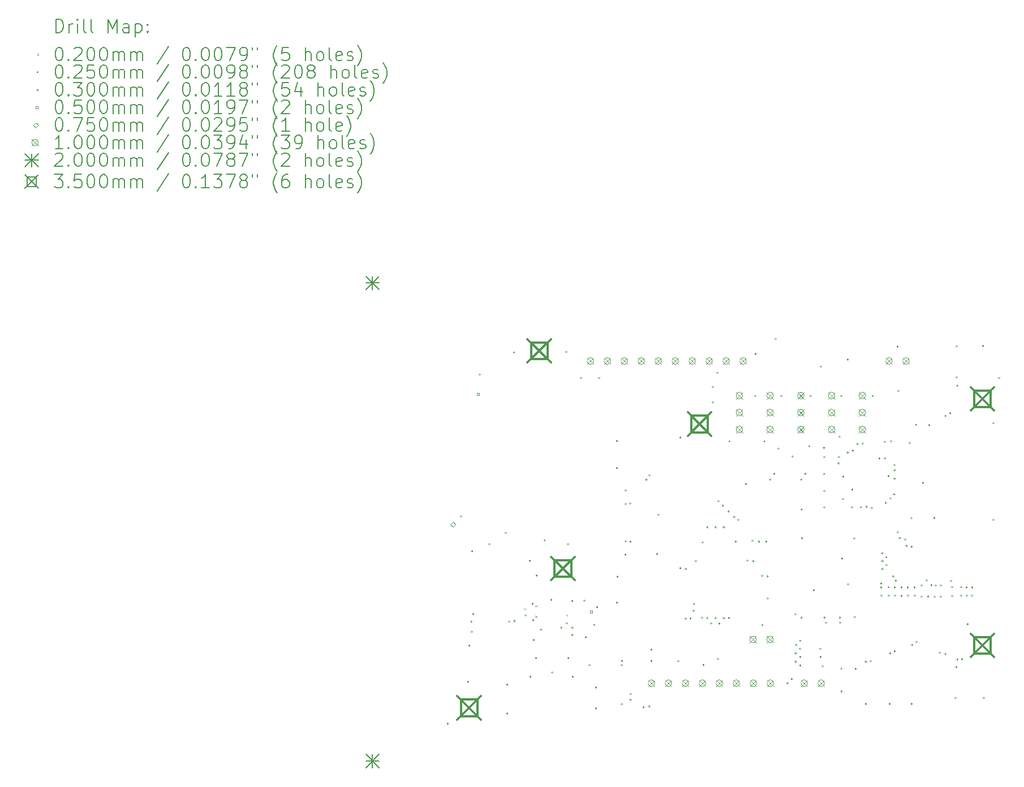
<source format=gbr>
%TF.GenerationSoftware,KiCad,Pcbnew,7.0.8*%
%TF.CreationDate,2024-03-21T14:38:22-03:00*%
%TF.ProjectId,Demo PPI NB V2,44656d6f-2050-4504-9920-4e422056322e,rev?*%
%TF.SameCoordinates,Original*%
%TF.FileFunction,Drillmap*%
%TF.FilePolarity,Positive*%
%FSLAX45Y45*%
G04 Gerber Fmt 4.5, Leading zero omitted, Abs format (unit mm)*
G04 Created by KiCad (PCBNEW 7.0.8) date 2024-03-21 14:38:22*
%MOMM*%
%LPD*%
G01*
G04 APERTURE LIST*
%ADD10C,0.200000*%
%ADD11C,0.020000*%
%ADD12C,0.025000*%
%ADD13C,0.030000*%
%ADD14C,0.050000*%
%ADD15C,0.075000*%
%ADD16C,0.100000*%
%ADD17C,0.350000*%
G04 APERTURE END LIST*
D10*
D11*
X6980000Y-7790000D02*
X7000000Y-7810000D01*
X7000000Y-7790000D02*
X6980000Y-7810000D01*
X7269900Y-8934000D02*
X7289900Y-8954000D01*
X7289900Y-8934000D02*
X7269900Y-8954000D01*
X7435900Y-8889000D02*
X7455900Y-8909000D01*
X7455900Y-8889000D02*
X7435900Y-8909000D01*
X7435900Y-9046500D02*
X7455900Y-9066500D01*
X7455900Y-9046500D02*
X7435900Y-9066500D01*
X7896900Y-9024000D02*
X7916900Y-9044000D01*
X7916900Y-9024000D02*
X7896900Y-9044000D01*
D12*
X6137500Y-10660000D02*
G75*
G03*
X6137500Y-10660000I-12500J0D01*
G01*
X6337500Y-7560000D02*
G75*
G03*
X6337500Y-7560000I-12500J0D01*
G01*
X6442500Y-10035000D02*
G75*
G03*
X6442500Y-10035000I-12500J0D01*
G01*
X6462500Y-9495000D02*
G75*
G03*
X6462500Y-9495000I-12500J0D01*
G01*
X6497500Y-9285000D02*
G75*
G03*
X6497500Y-9285000I-12500J0D01*
G01*
X6502500Y-8080000D02*
G75*
G03*
X6502500Y-8080000I-12500J0D01*
G01*
X6522500Y-9020000D02*
G75*
G03*
X6522500Y-9020000I-12500J0D01*
G01*
X6617500Y-5435000D02*
G75*
G03*
X6617500Y-5435000I-12500J0D01*
G01*
X6762500Y-7975000D02*
G75*
G03*
X6762500Y-7975000I-12500J0D01*
G01*
X7027500Y-10080000D02*
G75*
G03*
X7027500Y-10080000I-12500J0D01*
G01*
X7027500Y-10510000D02*
G75*
G03*
X7027500Y-10510000I-12500J0D01*
G01*
X7057500Y-9130000D02*
G75*
G03*
X7057500Y-9130000I-12500J0D01*
G01*
X7132500Y-5100000D02*
G75*
G03*
X7132500Y-5100000I-12500J0D01*
G01*
X7302500Y-9040000D02*
G75*
G03*
X7302500Y-9040000I-12500J0D01*
G01*
X7367500Y-8220000D02*
G75*
G03*
X7367500Y-8220000I-12500J0D01*
G01*
X7377500Y-9960000D02*
G75*
G03*
X7377500Y-9960000I-12500J0D01*
G01*
X7407500Y-8865000D02*
G75*
G03*
X7407500Y-8865000I-12500J0D01*
G01*
X7417500Y-9110000D02*
G75*
G03*
X7417500Y-9110000I-12500J0D01*
G01*
X7427500Y-9410000D02*
G75*
G03*
X7427500Y-9410000I-12500J0D01*
G01*
X7462500Y-9680000D02*
G75*
G03*
X7462500Y-9680000I-12500J0D01*
G01*
X7467500Y-8445000D02*
G75*
G03*
X7467500Y-8445000I-12500J0D01*
G01*
X7587500Y-7915000D02*
G75*
G03*
X7587500Y-7915000I-12500J0D01*
G01*
X7687500Y-8805000D02*
G75*
G03*
X7687500Y-8805000I-12500J0D01*
G01*
X7697500Y-9895000D02*
G75*
G03*
X7697500Y-9895000I-12500J0D01*
G01*
X7912500Y-5095000D02*
G75*
G03*
X7912500Y-5095000I-12500J0D01*
G01*
X7922500Y-9160000D02*
G75*
G03*
X7922500Y-9160000I-12500J0D01*
G01*
X7937500Y-7975000D02*
G75*
G03*
X7937500Y-7975000I-12500J0D01*
G01*
X7942500Y-9680000D02*
G75*
G03*
X7942500Y-9680000I-12500J0D01*
G01*
X8001538Y-8820244D02*
G75*
G03*
X8001538Y-8820244I-12500J0D01*
G01*
X8002500Y-9330000D02*
G75*
G03*
X8002500Y-9330000I-12500J0D01*
G01*
X8012500Y-9960000D02*
G75*
G03*
X8012500Y-9960000I-12500J0D01*
G01*
X8132500Y-5485000D02*
G75*
G03*
X8132500Y-5485000I-12500J0D01*
G01*
X8187500Y-8820000D02*
G75*
G03*
X8187500Y-8820000I-12500J0D01*
G01*
X8202500Y-9365000D02*
G75*
G03*
X8202500Y-9365000I-12500J0D01*
G01*
X8262500Y-9785000D02*
G75*
G03*
X8262500Y-9785000I-12500J0D01*
G01*
X8327500Y-9180000D02*
G75*
G03*
X8327500Y-9180000I-12500J0D01*
G01*
X8357500Y-10120000D02*
G75*
G03*
X8357500Y-10120000I-12500J0D01*
G01*
X8357500Y-10435000D02*
G75*
G03*
X8357500Y-10435000I-12500J0D01*
G01*
X8372500Y-8915000D02*
G75*
G03*
X8372500Y-8915000I-12500J0D01*
G01*
X8402500Y-5485000D02*
G75*
G03*
X8402500Y-5485000I-12500J0D01*
G01*
X8672500Y-6430000D02*
G75*
G03*
X8672500Y-6430000I-12500J0D01*
G01*
X8672500Y-6835000D02*
G75*
G03*
X8672500Y-6835000I-12500J0D01*
G01*
X8672500Y-8850000D02*
G75*
G03*
X8672500Y-8850000I-12500J0D01*
G01*
X8677500Y-8460000D02*
G75*
G03*
X8677500Y-8460000I-12500J0D01*
G01*
X8742500Y-9788000D02*
G75*
G03*
X8742500Y-9788000I-12500J0D01*
G01*
X8742500Y-10370000D02*
G75*
G03*
X8742500Y-10370000I-12500J0D01*
G01*
X8747500Y-9720000D02*
G75*
G03*
X8747500Y-9720000I-12500J0D01*
G01*
X8797500Y-8130000D02*
G75*
G03*
X8797500Y-8130000I-12500J0D01*
G01*
X8802500Y-7170000D02*
G75*
G03*
X8802500Y-7170000I-12500J0D01*
G01*
X8802500Y-7370000D02*
G75*
G03*
X8802500Y-7370000I-12500J0D01*
G01*
X8802500Y-7930000D02*
G75*
G03*
X8802500Y-7930000I-12500J0D01*
G01*
X8870500Y-7365000D02*
G75*
G03*
X8870500Y-7365000I-12500J0D01*
G01*
X8870500Y-7935000D02*
G75*
G03*
X8870500Y-7935000I-12500J0D01*
G01*
X8877500Y-10215000D02*
G75*
G03*
X8877500Y-10215000I-12500J0D01*
G01*
X9067500Y-10415000D02*
G75*
G03*
X9067500Y-10415000I-12500J0D01*
G01*
X9157500Y-6940000D02*
G75*
G03*
X9157500Y-6940000I-12500J0D01*
G01*
X9187500Y-9550000D02*
G75*
G03*
X9187500Y-9550000I-12500J0D01*
G01*
X9187500Y-9725000D02*
G75*
G03*
X9187500Y-9725000I-12500J0D01*
G01*
X9272500Y-8120000D02*
G75*
G03*
X9272500Y-8120000I-12500J0D01*
G01*
X9292500Y-7535000D02*
G75*
G03*
X9292500Y-7535000I-12500J0D01*
G01*
X9587500Y-9725000D02*
G75*
G03*
X9587500Y-9725000I-12500J0D01*
G01*
X9617500Y-6380000D02*
G75*
G03*
X9617500Y-6380000I-12500J0D01*
G01*
X9617500Y-8335000D02*
G75*
G03*
X9617500Y-8335000I-12500J0D01*
G01*
X9772500Y-9085000D02*
G75*
G03*
X9772500Y-9085000I-12500J0D01*
G01*
X9822500Y-8870000D02*
G75*
G03*
X9822500Y-8870000I-12500J0D01*
G01*
X9852500Y-8230000D02*
G75*
G03*
X9852500Y-8230000I-12500J0D01*
G01*
X9942500Y-9075000D02*
G75*
G03*
X9942500Y-9075000I-12500J0D01*
G01*
X9952500Y-7950000D02*
G75*
G03*
X9952500Y-7950000I-12500J0D01*
G01*
X9967500Y-9780000D02*
G75*
G03*
X9967500Y-9780000I-12500J0D01*
G01*
X10082500Y-9160000D02*
G75*
G03*
X10082500Y-9160000I-12500J0D01*
G01*
X10106114Y-5620997D02*
G75*
G03*
X10106114Y-5620997I-12500J0D01*
G01*
X10107500Y-5850000D02*
G75*
G03*
X10107500Y-5850000I-12500J0D01*
G01*
X10172500Y-5410000D02*
G75*
G03*
X10172500Y-5410000I-12500J0D01*
G01*
X10182500Y-9695000D02*
G75*
G03*
X10182500Y-9695000I-12500J0D01*
G01*
X10187500Y-7330000D02*
G75*
G03*
X10187500Y-7330000I-12500J0D01*
G01*
X10202500Y-9160000D02*
G75*
G03*
X10202500Y-9160000I-12500J0D01*
G01*
X10347500Y-9075000D02*
G75*
G03*
X10347500Y-9075000I-12500J0D01*
G01*
X10352500Y-6435000D02*
G75*
G03*
X10352500Y-6435000I-12500J0D01*
G01*
X10447500Y-7935000D02*
G75*
G03*
X10447500Y-7935000I-12500J0D01*
G01*
X10487500Y-7610000D02*
G75*
G03*
X10487500Y-7610000I-12500J0D01*
G01*
X10602500Y-7070000D02*
G75*
G03*
X10602500Y-7070000I-12500J0D01*
G01*
X10622500Y-8220000D02*
G75*
G03*
X10622500Y-8220000I-12500J0D01*
G01*
X10697500Y-7925000D02*
G75*
G03*
X10697500Y-7925000I-12500J0D01*
G01*
X10737500Y-5755000D02*
G75*
G03*
X10737500Y-5755000I-12500J0D01*
G01*
X10747500Y-5125000D02*
G75*
G03*
X10747500Y-5125000I-12500J0D01*
G01*
X10797500Y-7935000D02*
G75*
G03*
X10797500Y-7935000I-12500J0D01*
G01*
X10842500Y-8450000D02*
G75*
G03*
X10842500Y-8450000I-12500J0D01*
G01*
X10847500Y-9185000D02*
G75*
G03*
X10847500Y-9185000I-12500J0D01*
G01*
X10877500Y-6435000D02*
G75*
G03*
X10877500Y-6435000I-12500J0D01*
G01*
X10907500Y-7935000D02*
G75*
G03*
X10907500Y-7935000I-12500J0D01*
G01*
X10927500Y-8785000D02*
G75*
G03*
X10927500Y-8785000I-12500J0D01*
G01*
X11023478Y-6920071D02*
G75*
G03*
X11023478Y-6920071I-12500J0D01*
G01*
X11047500Y-4900000D02*
G75*
G03*
X11047500Y-4900000I-12500J0D01*
G01*
X11087500Y-6545000D02*
G75*
G03*
X11087500Y-6545000I-12500J0D01*
G01*
X11127500Y-5755000D02*
G75*
G03*
X11127500Y-5755000I-12500J0D01*
G01*
X11287500Y-9990000D02*
G75*
G03*
X11287500Y-9990000I-12500J0D01*
G01*
X11295492Y-6661061D02*
G75*
G03*
X11295492Y-6661061I-12500J0D01*
G01*
X11342500Y-9025000D02*
G75*
G03*
X11342500Y-9025000I-12500J0D01*
G01*
X11412500Y-9420000D02*
G75*
G03*
X11412500Y-9420000I-12500J0D01*
G01*
X11412500Y-9540000D02*
G75*
G03*
X11412500Y-9540000I-12500J0D01*
G01*
X11412500Y-9665000D02*
G75*
G03*
X11412500Y-9665000I-12500J0D01*
G01*
X11412500Y-9790000D02*
G75*
G03*
X11412500Y-9790000I-12500J0D01*
G01*
X11437500Y-7885000D02*
G75*
G03*
X11437500Y-7885000I-12500J0D01*
G01*
X11492500Y-6920000D02*
G75*
G03*
X11492500Y-6920000I-12500J0D01*
G01*
X11552500Y-6505000D02*
G75*
G03*
X11552500Y-6505000I-12500J0D01*
G01*
X11572500Y-5755000D02*
G75*
G03*
X11572500Y-5755000I-12500J0D01*
G01*
X11617500Y-8665000D02*
G75*
G03*
X11617500Y-8665000I-12500J0D01*
G01*
X11717500Y-9540000D02*
G75*
G03*
X11717500Y-9540000I-12500J0D01*
G01*
X11717500Y-9665000D02*
G75*
G03*
X11717500Y-9665000I-12500J0D01*
G01*
X11722500Y-5315000D02*
G75*
G03*
X11722500Y-5315000I-12500J0D01*
G01*
X11747500Y-9805000D02*
G75*
G03*
X11747500Y-9805000I-12500J0D01*
G01*
X11772500Y-6530000D02*
G75*
G03*
X11772500Y-6530000I-12500J0D01*
G01*
X11772500Y-6670000D02*
G75*
G03*
X11772500Y-6670000I-12500J0D01*
G01*
X11772500Y-6920000D02*
G75*
G03*
X11772500Y-6920000I-12500J0D01*
G01*
X11772500Y-7175000D02*
G75*
G03*
X11772500Y-7175000I-12500J0D01*
G01*
X11772500Y-7425000D02*
G75*
G03*
X11772500Y-7425000I-12500J0D01*
G01*
X11797500Y-9150000D02*
G75*
G03*
X11797500Y-9150000I-12500J0D01*
G01*
X11992500Y-6670000D02*
G75*
G03*
X11992500Y-6670000I-12500J0D01*
G01*
X12002500Y-6365000D02*
G75*
G03*
X12002500Y-6365000I-12500J0D01*
G01*
X12007500Y-9150000D02*
G75*
G03*
X12007500Y-9150000I-12500J0D01*
G01*
X12027500Y-5755000D02*
G75*
G03*
X12027500Y-5755000I-12500J0D01*
G01*
X12027500Y-9840000D02*
G75*
G03*
X12027500Y-9840000I-12500J0D01*
G01*
X12032500Y-10180000D02*
G75*
G03*
X12032500Y-10180000I-12500J0D01*
G01*
X12042500Y-8190000D02*
G75*
G03*
X12042500Y-8190000I-12500J0D01*
G01*
X12052500Y-7295000D02*
G75*
G03*
X12052500Y-7295000I-12500J0D01*
G01*
X12057500Y-6960000D02*
G75*
G03*
X12057500Y-6960000I-12500J0D01*
G01*
X12127500Y-5210000D02*
G75*
G03*
X12127500Y-5210000I-12500J0D01*
G01*
X12127500Y-8575000D02*
G75*
G03*
X12127500Y-8575000I-12500J0D01*
G01*
X12187500Y-7420000D02*
G75*
G03*
X12187500Y-7420000I-12500J0D01*
G01*
X12192500Y-7155000D02*
G75*
G03*
X12192500Y-7155000I-12500J0D01*
G01*
X12202500Y-6570000D02*
G75*
G03*
X12202500Y-6570000I-12500J0D01*
G01*
X12222500Y-7890000D02*
G75*
G03*
X12222500Y-7890000I-12500J0D01*
G01*
X12232500Y-9065000D02*
G75*
G03*
X12232500Y-9065000I-12500J0D01*
G01*
X12242500Y-9840000D02*
G75*
G03*
X12242500Y-9840000I-12500J0D01*
G01*
X12322500Y-7420000D02*
G75*
G03*
X12322500Y-7420000I-12500J0D01*
G01*
X12347500Y-6465000D02*
G75*
G03*
X12347500Y-6465000I-12500J0D01*
G01*
X12392500Y-10365000D02*
G75*
G03*
X12392500Y-10365000I-12500J0D01*
G01*
X12467500Y-9725000D02*
G75*
G03*
X12467500Y-9725000I-12500J0D01*
G01*
X12482500Y-7430000D02*
G75*
G03*
X12482500Y-7430000I-12500J0D01*
G01*
X12497500Y-5755000D02*
G75*
G03*
X12497500Y-5755000I-12500J0D01*
G01*
X12597500Y-6690000D02*
G75*
G03*
X12597500Y-6690000I-12500J0D01*
G01*
X12622500Y-8560000D02*
G75*
G03*
X12622500Y-8560000I-12500J0D01*
G01*
X12625000Y-8620000D02*
G75*
G03*
X12625000Y-8620000I-12500J0D01*
G01*
X12627500Y-8745000D02*
G75*
G03*
X12627500Y-8745000I-12500J0D01*
G01*
X12677500Y-6440000D02*
G75*
G03*
X12677500Y-6440000I-12500J0D01*
G01*
X12702500Y-8170000D02*
G75*
G03*
X12702500Y-8170000I-12500J0D01*
G01*
X12702500Y-8285000D02*
G75*
G03*
X12702500Y-8285000I-12500J0D01*
G01*
X12732500Y-6955000D02*
G75*
G03*
X12732500Y-6955000I-12500J0D01*
G01*
X12737500Y-8620000D02*
G75*
G03*
X12737500Y-8620000I-12500J0D01*
G01*
X12740000Y-8745000D02*
G75*
G03*
X12740000Y-8745000I-12500J0D01*
G01*
X12752500Y-10365000D02*
G75*
G03*
X12752500Y-10365000I-12500J0D01*
G01*
X12762500Y-7285000D02*
G75*
G03*
X12762500Y-7285000I-12500J0D01*
G01*
X12772500Y-6435000D02*
G75*
G03*
X12772500Y-6435000I-12500J0D01*
G01*
X12822500Y-6785000D02*
G75*
G03*
X12822500Y-6785000I-12500J0D01*
G01*
X12827500Y-8620000D02*
G75*
G03*
X12827500Y-8620000I-12500J0D01*
G01*
X12827500Y-9575000D02*
G75*
G03*
X12827500Y-9575000I-12500J0D01*
G01*
X12830000Y-8745000D02*
G75*
G03*
X12830000Y-8745000I-12500J0D01*
G01*
X12842500Y-8520000D02*
G75*
G03*
X12842500Y-8520000I-12500J0D01*
G01*
X12872500Y-5015000D02*
G75*
G03*
X12872500Y-5015000I-12500J0D01*
G01*
X12872500Y-7795000D02*
G75*
G03*
X12872500Y-7795000I-12500J0D01*
G01*
X12882500Y-5675000D02*
G75*
G03*
X12882500Y-5675000I-12500J0D01*
G01*
X12927500Y-8620000D02*
G75*
G03*
X12927500Y-8620000I-12500J0D01*
G01*
X12930000Y-8745000D02*
G75*
G03*
X12930000Y-8745000I-12500J0D01*
G01*
X12982500Y-7905000D02*
G75*
G03*
X12982500Y-7905000I-12500J0D01*
G01*
X13025000Y-8620000D02*
G75*
G03*
X13025000Y-8620000I-12500J0D01*
G01*
X13027500Y-8745000D02*
G75*
G03*
X13027500Y-8745000I-12500J0D01*
G01*
X13052500Y-6460000D02*
G75*
G03*
X13052500Y-6460000I-12500J0D01*
G01*
X13077500Y-7580000D02*
G75*
G03*
X13077500Y-7580000I-12500J0D01*
G01*
X13082500Y-8010000D02*
G75*
G03*
X13082500Y-8010000I-12500J0D01*
G01*
X13082500Y-10365000D02*
G75*
G03*
X13082500Y-10365000I-12500J0D01*
G01*
X13125000Y-8620000D02*
G75*
G03*
X13125000Y-8620000I-12500J0D01*
G01*
X13127500Y-8745000D02*
G75*
G03*
X13127500Y-8745000I-12500J0D01*
G01*
X13147500Y-6185000D02*
G75*
G03*
X13147500Y-6185000I-12500J0D01*
G01*
X13152500Y-9440000D02*
G75*
G03*
X13152500Y-9440000I-12500J0D01*
G01*
X13227500Y-8590000D02*
G75*
G03*
X13227500Y-8590000I-12500J0D01*
G01*
X13230000Y-8760000D02*
G75*
G03*
X13230000Y-8760000I-12500J0D01*
G01*
X13247500Y-7055000D02*
G75*
G03*
X13247500Y-7055000I-12500J0D01*
G01*
X13305000Y-8512500D02*
G75*
G03*
X13305000Y-8512500I-12500J0D01*
G01*
X13327500Y-8760000D02*
G75*
G03*
X13327500Y-8760000I-12500J0D01*
G01*
X13342500Y-6190000D02*
G75*
G03*
X13342500Y-6190000I-12500J0D01*
G01*
X13377500Y-8590000D02*
G75*
G03*
X13377500Y-8590000I-12500J0D01*
G01*
X13417500Y-7580000D02*
G75*
G03*
X13417500Y-7580000I-12500J0D01*
G01*
X13427500Y-8760000D02*
G75*
G03*
X13427500Y-8760000I-12500J0D01*
G01*
X13442500Y-8590000D02*
G75*
G03*
X13442500Y-8590000I-12500J0D01*
G01*
X13502500Y-9600000D02*
G75*
G03*
X13502500Y-9600000I-12500J0D01*
G01*
X13517500Y-8590000D02*
G75*
G03*
X13517500Y-8590000I-12500J0D01*
G01*
X13517500Y-8760000D02*
G75*
G03*
X13517500Y-8760000I-12500J0D01*
G01*
X13657500Y-6010000D02*
G75*
G03*
X13657500Y-6010000I-12500J0D01*
G01*
X13672000Y-8524500D02*
G75*
G03*
X13672000Y-8524500I-12500J0D01*
G01*
X13687000Y-8620000D02*
G75*
G03*
X13687000Y-8620000I-12500J0D01*
G01*
X13687500Y-8750000D02*
G75*
G03*
X13687500Y-8750000I-12500J0D01*
G01*
X13737500Y-10275000D02*
G75*
G03*
X13737500Y-10275000I-12500J0D01*
G01*
X13752500Y-5010000D02*
G75*
G03*
X13752500Y-5010000I-12500J0D01*
G01*
X13752500Y-5475000D02*
G75*
G03*
X13752500Y-5475000I-12500J0D01*
G01*
X13752500Y-9815000D02*
G75*
G03*
X13752500Y-9815000I-12500J0D01*
G01*
X13822500Y-8620000D02*
G75*
G03*
X13822500Y-8620000I-12500J0D01*
G01*
X13822500Y-8745000D02*
G75*
G03*
X13822500Y-8745000I-12500J0D01*
G01*
X13837500Y-9695000D02*
G75*
G03*
X13837500Y-9695000I-12500J0D01*
G01*
X13905000Y-8620000D02*
G75*
G03*
X13905000Y-8620000I-12500J0D01*
G01*
X13905000Y-8745000D02*
G75*
G03*
X13905000Y-8745000I-12500J0D01*
G01*
X13917500Y-9170000D02*
G75*
G03*
X13917500Y-9170000I-12500J0D01*
G01*
X13985000Y-8620000D02*
G75*
G03*
X13985000Y-8620000I-12500J0D01*
G01*
X13985000Y-8745000D02*
G75*
G03*
X13985000Y-8745000I-12500J0D01*
G01*
X14147500Y-5005000D02*
G75*
G03*
X14147500Y-5005000I-12500J0D01*
G01*
X14162500Y-10275000D02*
G75*
G03*
X14162500Y-10275000I-12500J0D01*
G01*
X14307500Y-6160000D02*
G75*
G03*
X14307500Y-6160000I-12500J0D01*
G01*
X14307500Y-7610000D02*
G75*
G03*
X14307500Y-7610000I-12500J0D01*
G01*
X14387500Y-5485000D02*
G75*
G03*
X14387500Y-5485000I-12500J0D01*
G01*
D13*
X6475000Y-9117800D02*
X6475000Y-9147800D01*
X6460000Y-9132800D02*
X6490000Y-9132800D01*
X7122900Y-9106400D02*
X7122900Y-9136400D01*
X7107900Y-9121400D02*
X7137900Y-9121400D01*
X7516000Y-9236400D02*
X7516000Y-9266400D01*
X7501000Y-9251400D02*
X7531000Y-9251400D01*
X7821000Y-9204400D02*
X7821000Y-9234400D01*
X7806000Y-9219400D02*
X7836000Y-9219400D01*
X7986000Y-9204400D02*
X7986000Y-9234400D01*
X7971000Y-9219400D02*
X8001000Y-9219400D01*
X8855000Y-10285000D02*
X8855000Y-10315000D01*
X8840000Y-10300000D02*
X8870000Y-10300000D01*
X9095000Y-6991000D02*
X9095000Y-7021000D01*
X9080000Y-7006000D02*
X9110000Y-7006000D01*
X9140000Y-10385000D02*
X9140000Y-10415000D01*
X9125000Y-10400000D02*
X9155000Y-10400000D01*
X9682400Y-8323500D02*
X9682400Y-8353500D01*
X9667400Y-8338500D02*
X9697400Y-8338500D01*
X9682400Y-9068600D02*
X9682400Y-9098600D01*
X9667400Y-9083600D02*
X9697400Y-9083600D01*
X9800000Y-8950000D02*
X9800000Y-8980000D01*
X9785000Y-8965000D02*
X9815000Y-8965000D01*
X10005000Y-7700000D02*
X10005000Y-7730000D01*
X9990000Y-7715000D02*
X10020000Y-7715000D01*
X10005000Y-9060000D02*
X10005000Y-9090000D01*
X9990000Y-9075000D02*
X10020000Y-9075000D01*
X10130000Y-7700000D02*
X10130000Y-7730000D01*
X10115000Y-7715000D02*
X10145000Y-7715000D01*
X10130000Y-9060000D02*
X10130000Y-9090000D01*
X10115000Y-9075000D02*
X10145000Y-9075000D01*
X10240000Y-7380000D02*
X10240000Y-7410000D01*
X10225000Y-7395000D02*
X10255000Y-7395000D01*
X10255000Y-7700000D02*
X10255000Y-7730000D01*
X10240000Y-7715000D02*
X10270000Y-7715000D01*
X10255000Y-9060000D02*
X10255000Y-9090000D01*
X10240000Y-9075000D02*
X10270000Y-9075000D01*
X10324289Y-7464289D02*
X10324289Y-7494289D01*
X10309289Y-7479289D02*
X10339289Y-7479289D01*
X10410000Y-7545000D02*
X10410000Y-7575000D01*
X10395000Y-7560000D02*
X10425000Y-7560000D01*
X10695000Y-8208500D02*
X10695000Y-8238500D01*
X10680000Y-8223500D02*
X10710000Y-8223500D01*
X10910000Y-8435000D02*
X10910000Y-8465000D01*
X10895000Y-8450000D02*
X10925000Y-8450000D01*
X10945000Y-6985000D02*
X10945000Y-7015000D01*
X10930000Y-7000000D02*
X10960000Y-7000000D01*
X11205000Y-10035000D02*
X11205000Y-10065000D01*
X11190000Y-10050000D02*
X11220000Y-10050000D01*
X11330000Y-9590000D02*
X11330000Y-9620000D01*
X11315000Y-9605000D02*
X11345000Y-9605000D01*
X11330000Y-9715000D02*
X11330000Y-9745000D01*
X11315000Y-9730000D02*
X11345000Y-9730000D01*
X11335000Y-9465000D02*
X11335000Y-9495000D01*
X11320000Y-9480000D02*
X11350000Y-9480000D01*
X11410000Y-6985000D02*
X11410000Y-7015000D01*
X11395000Y-7000000D02*
X11425000Y-7000000D01*
X11417500Y-7435000D02*
X11417500Y-7465000D01*
X11402500Y-7450000D02*
X11432500Y-7450000D01*
X11417500Y-9053000D02*
X11417500Y-9083000D01*
X11402500Y-9068000D02*
X11432500Y-9068000D01*
X11762500Y-9053000D02*
X11762500Y-9083000D01*
X11747500Y-9068000D02*
X11777500Y-9068000D01*
X11970000Y-6743000D02*
X11970000Y-6773000D01*
X11955000Y-6758000D02*
X11985000Y-6758000D01*
X11992500Y-9053000D02*
X11992500Y-9083000D01*
X11977500Y-9068000D02*
X12007500Y-9068000D01*
X12110000Y-6583000D02*
X12110000Y-6613000D01*
X12095000Y-6598000D02*
X12125000Y-6598000D01*
X12250000Y-6453000D02*
X12250000Y-6483000D01*
X12235000Y-6468000D02*
X12265000Y-6468000D01*
X12380000Y-9715000D02*
X12380000Y-9745000D01*
X12365000Y-9730000D02*
X12395000Y-9730000D01*
X12390000Y-7395000D02*
X12390000Y-7425000D01*
X12375000Y-7410000D02*
X12405000Y-7410000D01*
X12623000Y-8093500D02*
X12623000Y-8123500D01*
X12608000Y-8108500D02*
X12638000Y-8108500D01*
X12623000Y-8208500D02*
X12623000Y-8238500D01*
X12608000Y-8223500D02*
X12638000Y-8223500D01*
X12623000Y-8323500D02*
X12623000Y-8353500D01*
X12608000Y-8338500D02*
X12638000Y-8338500D01*
X12663000Y-6671000D02*
X12663000Y-6701000D01*
X12648000Y-6686000D02*
X12678000Y-6686000D01*
X12678000Y-7335000D02*
X12678000Y-7365000D01*
X12663000Y-7350000D02*
X12693000Y-7350000D01*
X12740000Y-9590000D02*
X12740000Y-9620000D01*
X12725000Y-9605000D02*
X12755000Y-9605000D01*
X12788000Y-8438500D02*
X12788000Y-8468500D01*
X12773000Y-8453500D02*
X12803000Y-8453500D01*
X12804000Y-7205000D02*
X12804000Y-7235000D01*
X12789000Y-7220000D02*
X12819000Y-7220000D01*
X12809000Y-6849000D02*
X12809000Y-6879000D01*
X12794000Y-6864000D02*
X12824000Y-6864000D01*
X12809000Y-6976000D02*
X12809000Y-7006000D01*
X12794000Y-6991000D02*
X12824000Y-6991000D01*
X12888000Y-7863500D02*
X12888000Y-7893500D01*
X12873000Y-7878500D02*
X12903000Y-7878500D01*
X12988000Y-7978500D02*
X12988000Y-8008500D01*
X12973000Y-7993500D02*
X13003000Y-7993500D01*
X13070000Y-9465000D02*
X13070000Y-9495000D01*
X13055000Y-9480000D02*
X13085000Y-9480000D01*
X13570000Y-6035000D02*
X13570000Y-6065000D01*
X13555000Y-6050000D02*
X13585000Y-6050000D01*
X13570000Y-9600000D02*
X13570000Y-9630000D01*
X13555000Y-9615000D02*
X13585000Y-9615000D01*
X13747000Y-5580000D02*
X13747000Y-5610000D01*
X13732000Y-5595000D02*
X13762000Y-5595000D01*
X13747000Y-9680000D02*
X13747000Y-9710000D01*
X13732000Y-9695000D02*
X13762000Y-9695000D01*
D14*
X6597678Y-5745378D02*
X6597678Y-5710022D01*
X6562322Y-5710022D01*
X6562322Y-5745378D01*
X6597678Y-5745378D01*
X8287578Y-9006178D02*
X8287578Y-8970822D01*
X8252222Y-8970822D01*
X8252222Y-9006178D01*
X8287578Y-9006178D01*
D15*
X6206000Y-7717500D02*
X6243500Y-7680000D01*
X6206000Y-7642500D01*
X6168500Y-7680000D01*
X6206000Y-7717500D01*
D16*
X8210000Y-5180000D02*
X8310000Y-5280000D01*
X8310000Y-5180000D02*
X8210000Y-5280000D01*
X8310000Y-5230000D02*
G75*
G03*
X8310000Y-5230000I-50000J0D01*
G01*
X8464000Y-5180000D02*
X8564000Y-5280000D01*
X8564000Y-5180000D02*
X8464000Y-5280000D01*
X8564000Y-5230000D02*
G75*
G03*
X8564000Y-5230000I-50000J0D01*
G01*
X8718000Y-5180000D02*
X8818000Y-5280000D01*
X8818000Y-5180000D02*
X8718000Y-5280000D01*
X8818000Y-5230000D02*
G75*
G03*
X8818000Y-5230000I-50000J0D01*
G01*
X8972000Y-5180000D02*
X9072000Y-5280000D01*
X9072000Y-5180000D02*
X8972000Y-5280000D01*
X9072000Y-5230000D02*
G75*
G03*
X9072000Y-5230000I-50000J0D01*
G01*
X9124400Y-10006000D02*
X9224400Y-10106000D01*
X9224400Y-10006000D02*
X9124400Y-10106000D01*
X9224400Y-10056000D02*
G75*
G03*
X9224400Y-10056000I-50000J0D01*
G01*
X9226000Y-5180000D02*
X9326000Y-5280000D01*
X9326000Y-5180000D02*
X9226000Y-5280000D01*
X9326000Y-5230000D02*
G75*
G03*
X9326000Y-5230000I-50000J0D01*
G01*
X9378400Y-10006000D02*
X9478400Y-10106000D01*
X9478400Y-10006000D02*
X9378400Y-10106000D01*
X9478400Y-10056000D02*
G75*
G03*
X9478400Y-10056000I-50000J0D01*
G01*
X9480000Y-5180000D02*
X9580000Y-5280000D01*
X9580000Y-5180000D02*
X9480000Y-5280000D01*
X9580000Y-5230000D02*
G75*
G03*
X9580000Y-5230000I-50000J0D01*
G01*
X9632400Y-10006000D02*
X9732400Y-10106000D01*
X9732400Y-10006000D02*
X9632400Y-10106000D01*
X9732400Y-10056000D02*
G75*
G03*
X9732400Y-10056000I-50000J0D01*
G01*
X9734000Y-5180000D02*
X9834000Y-5280000D01*
X9834000Y-5180000D02*
X9734000Y-5280000D01*
X9834000Y-5230000D02*
G75*
G03*
X9834000Y-5230000I-50000J0D01*
G01*
X9886400Y-10006000D02*
X9986400Y-10106000D01*
X9986400Y-10006000D02*
X9886400Y-10106000D01*
X9986400Y-10056000D02*
G75*
G03*
X9986400Y-10056000I-50000J0D01*
G01*
X9988000Y-5180000D02*
X10088000Y-5280000D01*
X10088000Y-5180000D02*
X9988000Y-5280000D01*
X10088000Y-5230000D02*
G75*
G03*
X10088000Y-5230000I-50000J0D01*
G01*
X10140400Y-10006000D02*
X10240400Y-10106000D01*
X10240400Y-10006000D02*
X10140400Y-10106000D01*
X10240400Y-10056000D02*
G75*
G03*
X10240400Y-10056000I-50000J0D01*
G01*
X10242000Y-5180000D02*
X10342000Y-5280000D01*
X10342000Y-5180000D02*
X10242000Y-5280000D01*
X10342000Y-5230000D02*
G75*
G03*
X10342000Y-5230000I-50000J0D01*
G01*
X10394400Y-10006000D02*
X10494400Y-10106000D01*
X10494400Y-10006000D02*
X10394400Y-10106000D01*
X10494400Y-10056000D02*
G75*
G03*
X10494400Y-10056000I-50000J0D01*
G01*
X10440000Y-5697500D02*
X10540000Y-5797500D01*
X10540000Y-5697500D02*
X10440000Y-5797500D01*
X10540000Y-5747500D02*
G75*
G03*
X10540000Y-5747500I-50000J0D01*
G01*
X10440000Y-5951500D02*
X10540000Y-6051500D01*
X10540000Y-5951500D02*
X10440000Y-6051500D01*
X10540000Y-6001500D02*
G75*
G03*
X10540000Y-6001500I-50000J0D01*
G01*
X10440000Y-6205500D02*
X10540000Y-6305500D01*
X10540000Y-6205500D02*
X10440000Y-6305500D01*
X10540000Y-6255500D02*
G75*
G03*
X10540000Y-6255500I-50000J0D01*
G01*
X10496000Y-5180000D02*
X10596000Y-5280000D01*
X10596000Y-5180000D02*
X10496000Y-5280000D01*
X10596000Y-5230000D02*
G75*
G03*
X10596000Y-5230000I-50000J0D01*
G01*
X10645000Y-9350000D02*
X10745000Y-9450000D01*
X10745000Y-9350000D02*
X10645000Y-9450000D01*
X10745000Y-9400000D02*
G75*
G03*
X10745000Y-9400000I-50000J0D01*
G01*
X10648400Y-10006000D02*
X10748400Y-10106000D01*
X10748400Y-10006000D02*
X10648400Y-10106000D01*
X10748400Y-10056000D02*
G75*
G03*
X10748400Y-10056000I-50000J0D01*
G01*
X10899000Y-9350000D02*
X10999000Y-9450000D01*
X10999000Y-9350000D02*
X10899000Y-9450000D01*
X10999000Y-9400000D02*
G75*
G03*
X10999000Y-9400000I-50000J0D01*
G01*
X10900000Y-5697500D02*
X11000000Y-5797500D01*
X11000000Y-5697500D02*
X10900000Y-5797500D01*
X11000000Y-5747500D02*
G75*
G03*
X11000000Y-5747500I-50000J0D01*
G01*
X10900000Y-5951500D02*
X11000000Y-6051500D01*
X11000000Y-5951500D02*
X10900000Y-6051500D01*
X11000000Y-6001500D02*
G75*
G03*
X11000000Y-6001500I-50000J0D01*
G01*
X10900000Y-6205500D02*
X11000000Y-6305500D01*
X11000000Y-6205500D02*
X10900000Y-6305500D01*
X11000000Y-6255500D02*
G75*
G03*
X11000000Y-6255500I-50000J0D01*
G01*
X10902400Y-10006000D02*
X11002400Y-10106000D01*
X11002400Y-10006000D02*
X10902400Y-10106000D01*
X11002400Y-10056000D02*
G75*
G03*
X11002400Y-10056000I-50000J0D01*
G01*
X11360000Y-5697500D02*
X11460000Y-5797500D01*
X11460000Y-5697500D02*
X11360000Y-5797500D01*
X11460000Y-5747500D02*
G75*
G03*
X11460000Y-5747500I-50000J0D01*
G01*
X11360000Y-5951500D02*
X11460000Y-6051500D01*
X11460000Y-5951500D02*
X11360000Y-6051500D01*
X11460000Y-6001500D02*
G75*
G03*
X11460000Y-6001500I-50000J0D01*
G01*
X11360000Y-6205500D02*
X11460000Y-6305500D01*
X11460000Y-6205500D02*
X11360000Y-6305500D01*
X11460000Y-6255500D02*
G75*
G03*
X11460000Y-6255500I-50000J0D01*
G01*
X11410400Y-10006000D02*
X11510400Y-10106000D01*
X11510400Y-10006000D02*
X11410400Y-10106000D01*
X11510400Y-10056000D02*
G75*
G03*
X11510400Y-10056000I-50000J0D01*
G01*
X11664400Y-10006000D02*
X11764400Y-10106000D01*
X11764400Y-10006000D02*
X11664400Y-10106000D01*
X11764400Y-10056000D02*
G75*
G03*
X11764400Y-10056000I-50000J0D01*
G01*
X11820000Y-5697500D02*
X11920000Y-5797500D01*
X11920000Y-5697500D02*
X11820000Y-5797500D01*
X11920000Y-5747500D02*
G75*
G03*
X11920000Y-5747500I-50000J0D01*
G01*
X11820000Y-5951500D02*
X11920000Y-6051500D01*
X11920000Y-5951500D02*
X11820000Y-6051500D01*
X11920000Y-6001500D02*
G75*
G03*
X11920000Y-6001500I-50000J0D01*
G01*
X11820000Y-6205500D02*
X11920000Y-6305500D01*
X11920000Y-6205500D02*
X11820000Y-6305500D01*
X11920000Y-6255500D02*
G75*
G03*
X11920000Y-6255500I-50000J0D01*
G01*
X12280000Y-5697500D02*
X12380000Y-5797500D01*
X12380000Y-5697500D02*
X12280000Y-5797500D01*
X12380000Y-5747500D02*
G75*
G03*
X12380000Y-5747500I-50000J0D01*
G01*
X12280000Y-5951500D02*
X12380000Y-6051500D01*
X12380000Y-5951500D02*
X12280000Y-6051500D01*
X12380000Y-6001500D02*
G75*
G03*
X12380000Y-6001500I-50000J0D01*
G01*
X12280000Y-6205500D02*
X12380000Y-6305500D01*
X12380000Y-6205500D02*
X12280000Y-6305500D01*
X12380000Y-6255500D02*
G75*
G03*
X12380000Y-6255500I-50000J0D01*
G01*
X12680400Y-5180000D02*
X12780400Y-5280000D01*
X12780400Y-5180000D02*
X12680400Y-5280000D01*
X12780400Y-5230000D02*
G75*
G03*
X12780400Y-5230000I-50000J0D01*
G01*
X12934400Y-5180000D02*
X13034400Y-5280000D01*
X13034400Y-5180000D02*
X12934400Y-5280000D01*
X13034400Y-5230000D02*
G75*
G03*
X13034400Y-5230000I-50000J0D01*
G01*
D10*
X4900000Y-3961000D02*
X5100000Y-4161000D01*
X5100000Y-3961000D02*
X4900000Y-4161000D01*
X5000000Y-3961000D02*
X5000000Y-4161000D01*
X4900000Y-4061000D02*
X5100000Y-4061000D01*
X4900000Y-11119000D02*
X5100000Y-11319000D01*
X5100000Y-11119000D02*
X4900000Y-11319000D01*
X5000000Y-11119000D02*
X5000000Y-11319000D01*
X4900000Y-11219000D02*
X5100000Y-11219000D01*
D17*
X6270000Y-10250000D02*
X6620000Y-10600000D01*
X6620000Y-10250000D02*
X6270000Y-10600000D01*
X6568745Y-10548745D02*
X6568745Y-10301255D01*
X6321255Y-10301255D01*
X6321255Y-10548745D01*
X6568745Y-10548745D01*
X7320000Y-4900000D02*
X7670000Y-5250000D01*
X7670000Y-4900000D02*
X7320000Y-5250000D01*
X7618745Y-5198745D02*
X7618745Y-4951255D01*
X7371255Y-4951255D01*
X7371255Y-5198745D01*
X7618745Y-5198745D01*
X7675000Y-8165000D02*
X8025000Y-8515000D01*
X8025000Y-8165000D02*
X7675000Y-8515000D01*
X7973745Y-8463745D02*
X7973745Y-8216255D01*
X7726255Y-8216255D01*
X7726255Y-8463745D01*
X7973745Y-8463745D01*
X9720000Y-6000000D02*
X10070000Y-6350000D01*
X10070000Y-6000000D02*
X9720000Y-6350000D01*
X10018745Y-6298745D02*
X10018745Y-6051255D01*
X9771255Y-6051255D01*
X9771255Y-6298745D01*
X10018745Y-6298745D01*
X13950000Y-5620000D02*
X14300000Y-5970000D01*
X14300000Y-5620000D02*
X13950000Y-5970000D01*
X14248745Y-5918745D02*
X14248745Y-5671255D01*
X14001255Y-5671255D01*
X14001255Y-5918745D01*
X14248745Y-5918745D01*
X13950000Y-9315000D02*
X14300000Y-9665000D01*
X14300000Y-9315000D02*
X13950000Y-9665000D01*
X14248745Y-9613745D02*
X14248745Y-9366255D01*
X14001255Y-9366255D01*
X14001255Y-9613745D01*
X14248745Y-9613745D01*
D10*
X260777Y-311484D02*
X260777Y-111484D01*
X260777Y-111484D02*
X308396Y-111484D01*
X308396Y-111484D02*
X336967Y-121008D01*
X336967Y-121008D02*
X356015Y-140055D01*
X356015Y-140055D02*
X365539Y-159103D01*
X365539Y-159103D02*
X375062Y-197198D01*
X375062Y-197198D02*
X375062Y-225769D01*
X375062Y-225769D02*
X365539Y-263865D01*
X365539Y-263865D02*
X356015Y-282912D01*
X356015Y-282912D02*
X336967Y-301960D01*
X336967Y-301960D02*
X308396Y-311484D01*
X308396Y-311484D02*
X260777Y-311484D01*
X460777Y-311484D02*
X460777Y-178150D01*
X460777Y-216246D02*
X470301Y-197198D01*
X470301Y-197198D02*
X479824Y-187674D01*
X479824Y-187674D02*
X498872Y-178150D01*
X498872Y-178150D02*
X517920Y-178150D01*
X584586Y-311484D02*
X584586Y-178150D01*
X584586Y-111484D02*
X575063Y-121008D01*
X575063Y-121008D02*
X584586Y-130531D01*
X584586Y-130531D02*
X594110Y-121008D01*
X594110Y-121008D02*
X584586Y-111484D01*
X584586Y-111484D02*
X584586Y-130531D01*
X708396Y-311484D02*
X689348Y-301960D01*
X689348Y-301960D02*
X679824Y-282912D01*
X679824Y-282912D02*
X679824Y-111484D01*
X813158Y-311484D02*
X794110Y-301960D01*
X794110Y-301960D02*
X784586Y-282912D01*
X784586Y-282912D02*
X784586Y-111484D01*
X1041729Y-311484D02*
X1041729Y-111484D01*
X1041729Y-111484D02*
X1108396Y-254341D01*
X1108396Y-254341D02*
X1175063Y-111484D01*
X1175063Y-111484D02*
X1175063Y-311484D01*
X1356015Y-311484D02*
X1356015Y-206722D01*
X1356015Y-206722D02*
X1346491Y-187674D01*
X1346491Y-187674D02*
X1327444Y-178150D01*
X1327444Y-178150D02*
X1289348Y-178150D01*
X1289348Y-178150D02*
X1270301Y-187674D01*
X1356015Y-301960D02*
X1336967Y-311484D01*
X1336967Y-311484D02*
X1289348Y-311484D01*
X1289348Y-311484D02*
X1270301Y-301960D01*
X1270301Y-301960D02*
X1260777Y-282912D01*
X1260777Y-282912D02*
X1260777Y-263865D01*
X1260777Y-263865D02*
X1270301Y-244817D01*
X1270301Y-244817D02*
X1289348Y-235293D01*
X1289348Y-235293D02*
X1336967Y-235293D01*
X1336967Y-235293D02*
X1356015Y-225769D01*
X1451253Y-178150D02*
X1451253Y-378150D01*
X1451253Y-187674D02*
X1470301Y-178150D01*
X1470301Y-178150D02*
X1508396Y-178150D01*
X1508396Y-178150D02*
X1527443Y-187674D01*
X1527443Y-187674D02*
X1536967Y-197198D01*
X1536967Y-197198D02*
X1546491Y-216246D01*
X1546491Y-216246D02*
X1546491Y-273389D01*
X1546491Y-273389D02*
X1536967Y-292436D01*
X1536967Y-292436D02*
X1527443Y-301960D01*
X1527443Y-301960D02*
X1508396Y-311484D01*
X1508396Y-311484D02*
X1470301Y-311484D01*
X1470301Y-311484D02*
X1451253Y-301960D01*
X1632205Y-292436D02*
X1641729Y-301960D01*
X1641729Y-301960D02*
X1632205Y-311484D01*
X1632205Y-311484D02*
X1622682Y-301960D01*
X1622682Y-301960D02*
X1632205Y-292436D01*
X1632205Y-292436D02*
X1632205Y-311484D01*
X1632205Y-187674D02*
X1641729Y-197198D01*
X1641729Y-197198D02*
X1632205Y-206722D01*
X1632205Y-206722D02*
X1622682Y-197198D01*
X1622682Y-197198D02*
X1632205Y-187674D01*
X1632205Y-187674D02*
X1632205Y-206722D01*
D11*
X-20000Y-630000D02*
X0Y-650000D01*
X0Y-630000D02*
X-20000Y-650000D01*
D10*
X298872Y-531484D02*
X317920Y-531484D01*
X317920Y-531484D02*
X336967Y-541008D01*
X336967Y-541008D02*
X346491Y-550531D01*
X346491Y-550531D02*
X356015Y-569579D01*
X356015Y-569579D02*
X365539Y-607674D01*
X365539Y-607674D02*
X365539Y-655293D01*
X365539Y-655293D02*
X356015Y-693389D01*
X356015Y-693389D02*
X346491Y-712436D01*
X346491Y-712436D02*
X336967Y-721960D01*
X336967Y-721960D02*
X317920Y-731484D01*
X317920Y-731484D02*
X298872Y-731484D01*
X298872Y-731484D02*
X279824Y-721960D01*
X279824Y-721960D02*
X270301Y-712436D01*
X270301Y-712436D02*
X260777Y-693389D01*
X260777Y-693389D02*
X251253Y-655293D01*
X251253Y-655293D02*
X251253Y-607674D01*
X251253Y-607674D02*
X260777Y-569579D01*
X260777Y-569579D02*
X270301Y-550531D01*
X270301Y-550531D02*
X279824Y-541008D01*
X279824Y-541008D02*
X298872Y-531484D01*
X451253Y-712436D02*
X460777Y-721960D01*
X460777Y-721960D02*
X451253Y-731484D01*
X451253Y-731484D02*
X441729Y-721960D01*
X441729Y-721960D02*
X451253Y-712436D01*
X451253Y-712436D02*
X451253Y-731484D01*
X536967Y-550531D02*
X546491Y-541008D01*
X546491Y-541008D02*
X565539Y-531484D01*
X565539Y-531484D02*
X613158Y-531484D01*
X613158Y-531484D02*
X632205Y-541008D01*
X632205Y-541008D02*
X641729Y-550531D01*
X641729Y-550531D02*
X651253Y-569579D01*
X651253Y-569579D02*
X651253Y-588627D01*
X651253Y-588627D02*
X641729Y-617198D01*
X641729Y-617198D02*
X527444Y-731484D01*
X527444Y-731484D02*
X651253Y-731484D01*
X775062Y-531484D02*
X794110Y-531484D01*
X794110Y-531484D02*
X813158Y-541008D01*
X813158Y-541008D02*
X822682Y-550531D01*
X822682Y-550531D02*
X832205Y-569579D01*
X832205Y-569579D02*
X841729Y-607674D01*
X841729Y-607674D02*
X841729Y-655293D01*
X841729Y-655293D02*
X832205Y-693389D01*
X832205Y-693389D02*
X822682Y-712436D01*
X822682Y-712436D02*
X813158Y-721960D01*
X813158Y-721960D02*
X794110Y-731484D01*
X794110Y-731484D02*
X775062Y-731484D01*
X775062Y-731484D02*
X756015Y-721960D01*
X756015Y-721960D02*
X746491Y-712436D01*
X746491Y-712436D02*
X736967Y-693389D01*
X736967Y-693389D02*
X727443Y-655293D01*
X727443Y-655293D02*
X727443Y-607674D01*
X727443Y-607674D02*
X736967Y-569579D01*
X736967Y-569579D02*
X746491Y-550531D01*
X746491Y-550531D02*
X756015Y-541008D01*
X756015Y-541008D02*
X775062Y-531484D01*
X965539Y-531484D02*
X984586Y-531484D01*
X984586Y-531484D02*
X1003634Y-541008D01*
X1003634Y-541008D02*
X1013158Y-550531D01*
X1013158Y-550531D02*
X1022682Y-569579D01*
X1022682Y-569579D02*
X1032205Y-607674D01*
X1032205Y-607674D02*
X1032205Y-655293D01*
X1032205Y-655293D02*
X1022682Y-693389D01*
X1022682Y-693389D02*
X1013158Y-712436D01*
X1013158Y-712436D02*
X1003634Y-721960D01*
X1003634Y-721960D02*
X984586Y-731484D01*
X984586Y-731484D02*
X965539Y-731484D01*
X965539Y-731484D02*
X946491Y-721960D01*
X946491Y-721960D02*
X936967Y-712436D01*
X936967Y-712436D02*
X927443Y-693389D01*
X927443Y-693389D02*
X917920Y-655293D01*
X917920Y-655293D02*
X917920Y-607674D01*
X917920Y-607674D02*
X927443Y-569579D01*
X927443Y-569579D02*
X936967Y-550531D01*
X936967Y-550531D02*
X946491Y-541008D01*
X946491Y-541008D02*
X965539Y-531484D01*
X1117920Y-731484D02*
X1117920Y-598150D01*
X1117920Y-617198D02*
X1127444Y-607674D01*
X1127444Y-607674D02*
X1146491Y-598150D01*
X1146491Y-598150D02*
X1175063Y-598150D01*
X1175063Y-598150D02*
X1194110Y-607674D01*
X1194110Y-607674D02*
X1203634Y-626722D01*
X1203634Y-626722D02*
X1203634Y-731484D01*
X1203634Y-626722D02*
X1213158Y-607674D01*
X1213158Y-607674D02*
X1232205Y-598150D01*
X1232205Y-598150D02*
X1260777Y-598150D01*
X1260777Y-598150D02*
X1279825Y-607674D01*
X1279825Y-607674D02*
X1289348Y-626722D01*
X1289348Y-626722D02*
X1289348Y-731484D01*
X1384586Y-731484D02*
X1384586Y-598150D01*
X1384586Y-617198D02*
X1394110Y-607674D01*
X1394110Y-607674D02*
X1413158Y-598150D01*
X1413158Y-598150D02*
X1441729Y-598150D01*
X1441729Y-598150D02*
X1460777Y-607674D01*
X1460777Y-607674D02*
X1470301Y-626722D01*
X1470301Y-626722D02*
X1470301Y-731484D01*
X1470301Y-626722D02*
X1479824Y-607674D01*
X1479824Y-607674D02*
X1498872Y-598150D01*
X1498872Y-598150D02*
X1527443Y-598150D01*
X1527443Y-598150D02*
X1546491Y-607674D01*
X1546491Y-607674D02*
X1556015Y-626722D01*
X1556015Y-626722D02*
X1556015Y-731484D01*
X1946491Y-521960D02*
X1775063Y-779103D01*
X2203634Y-531484D02*
X2222682Y-531484D01*
X2222682Y-531484D02*
X2241729Y-541008D01*
X2241729Y-541008D02*
X2251253Y-550531D01*
X2251253Y-550531D02*
X2260777Y-569579D01*
X2260777Y-569579D02*
X2270301Y-607674D01*
X2270301Y-607674D02*
X2270301Y-655293D01*
X2270301Y-655293D02*
X2260777Y-693389D01*
X2260777Y-693389D02*
X2251253Y-712436D01*
X2251253Y-712436D02*
X2241729Y-721960D01*
X2241729Y-721960D02*
X2222682Y-731484D01*
X2222682Y-731484D02*
X2203634Y-731484D01*
X2203634Y-731484D02*
X2184587Y-721960D01*
X2184587Y-721960D02*
X2175063Y-712436D01*
X2175063Y-712436D02*
X2165539Y-693389D01*
X2165539Y-693389D02*
X2156015Y-655293D01*
X2156015Y-655293D02*
X2156015Y-607674D01*
X2156015Y-607674D02*
X2165539Y-569579D01*
X2165539Y-569579D02*
X2175063Y-550531D01*
X2175063Y-550531D02*
X2184587Y-541008D01*
X2184587Y-541008D02*
X2203634Y-531484D01*
X2356015Y-712436D02*
X2365539Y-721960D01*
X2365539Y-721960D02*
X2356015Y-731484D01*
X2356015Y-731484D02*
X2346491Y-721960D01*
X2346491Y-721960D02*
X2356015Y-712436D01*
X2356015Y-712436D02*
X2356015Y-731484D01*
X2489348Y-531484D02*
X2508396Y-531484D01*
X2508396Y-531484D02*
X2527444Y-541008D01*
X2527444Y-541008D02*
X2536968Y-550531D01*
X2536968Y-550531D02*
X2546491Y-569579D01*
X2546491Y-569579D02*
X2556015Y-607674D01*
X2556015Y-607674D02*
X2556015Y-655293D01*
X2556015Y-655293D02*
X2546491Y-693389D01*
X2546491Y-693389D02*
X2536968Y-712436D01*
X2536968Y-712436D02*
X2527444Y-721960D01*
X2527444Y-721960D02*
X2508396Y-731484D01*
X2508396Y-731484D02*
X2489348Y-731484D01*
X2489348Y-731484D02*
X2470301Y-721960D01*
X2470301Y-721960D02*
X2460777Y-712436D01*
X2460777Y-712436D02*
X2451253Y-693389D01*
X2451253Y-693389D02*
X2441729Y-655293D01*
X2441729Y-655293D02*
X2441729Y-607674D01*
X2441729Y-607674D02*
X2451253Y-569579D01*
X2451253Y-569579D02*
X2460777Y-550531D01*
X2460777Y-550531D02*
X2470301Y-541008D01*
X2470301Y-541008D02*
X2489348Y-531484D01*
X2679825Y-531484D02*
X2698872Y-531484D01*
X2698872Y-531484D02*
X2717920Y-541008D01*
X2717920Y-541008D02*
X2727444Y-550531D01*
X2727444Y-550531D02*
X2736968Y-569579D01*
X2736968Y-569579D02*
X2746491Y-607674D01*
X2746491Y-607674D02*
X2746491Y-655293D01*
X2746491Y-655293D02*
X2736968Y-693389D01*
X2736968Y-693389D02*
X2727444Y-712436D01*
X2727444Y-712436D02*
X2717920Y-721960D01*
X2717920Y-721960D02*
X2698872Y-731484D01*
X2698872Y-731484D02*
X2679825Y-731484D01*
X2679825Y-731484D02*
X2660777Y-721960D01*
X2660777Y-721960D02*
X2651253Y-712436D01*
X2651253Y-712436D02*
X2641729Y-693389D01*
X2641729Y-693389D02*
X2632206Y-655293D01*
X2632206Y-655293D02*
X2632206Y-607674D01*
X2632206Y-607674D02*
X2641729Y-569579D01*
X2641729Y-569579D02*
X2651253Y-550531D01*
X2651253Y-550531D02*
X2660777Y-541008D01*
X2660777Y-541008D02*
X2679825Y-531484D01*
X2813158Y-531484D02*
X2946491Y-531484D01*
X2946491Y-531484D02*
X2860777Y-731484D01*
X3032206Y-731484D02*
X3070301Y-731484D01*
X3070301Y-731484D02*
X3089348Y-721960D01*
X3089348Y-721960D02*
X3098872Y-712436D01*
X3098872Y-712436D02*
X3117920Y-683865D01*
X3117920Y-683865D02*
X3127444Y-645770D01*
X3127444Y-645770D02*
X3127444Y-569579D01*
X3127444Y-569579D02*
X3117920Y-550531D01*
X3117920Y-550531D02*
X3108396Y-541008D01*
X3108396Y-541008D02*
X3089348Y-531484D01*
X3089348Y-531484D02*
X3051253Y-531484D01*
X3051253Y-531484D02*
X3032206Y-541008D01*
X3032206Y-541008D02*
X3022682Y-550531D01*
X3022682Y-550531D02*
X3013158Y-569579D01*
X3013158Y-569579D02*
X3013158Y-617198D01*
X3013158Y-617198D02*
X3022682Y-636246D01*
X3022682Y-636246D02*
X3032206Y-645770D01*
X3032206Y-645770D02*
X3051253Y-655293D01*
X3051253Y-655293D02*
X3089348Y-655293D01*
X3089348Y-655293D02*
X3108396Y-645770D01*
X3108396Y-645770D02*
X3117920Y-636246D01*
X3117920Y-636246D02*
X3127444Y-617198D01*
X3203634Y-531484D02*
X3203634Y-569579D01*
X3279825Y-531484D02*
X3279825Y-569579D01*
X3575063Y-807674D02*
X3565539Y-798150D01*
X3565539Y-798150D02*
X3546491Y-769579D01*
X3546491Y-769579D02*
X3536968Y-750531D01*
X3536968Y-750531D02*
X3527444Y-721960D01*
X3527444Y-721960D02*
X3517920Y-674341D01*
X3517920Y-674341D02*
X3517920Y-636246D01*
X3517920Y-636246D02*
X3527444Y-588627D01*
X3527444Y-588627D02*
X3536968Y-560055D01*
X3536968Y-560055D02*
X3546491Y-541008D01*
X3546491Y-541008D02*
X3565539Y-512436D01*
X3565539Y-512436D02*
X3575063Y-502912D01*
X3746491Y-531484D02*
X3651253Y-531484D01*
X3651253Y-531484D02*
X3641729Y-626722D01*
X3641729Y-626722D02*
X3651253Y-617198D01*
X3651253Y-617198D02*
X3670301Y-607674D01*
X3670301Y-607674D02*
X3717920Y-607674D01*
X3717920Y-607674D02*
X3736968Y-617198D01*
X3736968Y-617198D02*
X3746491Y-626722D01*
X3746491Y-626722D02*
X3756015Y-645770D01*
X3756015Y-645770D02*
X3756015Y-693389D01*
X3756015Y-693389D02*
X3746491Y-712436D01*
X3746491Y-712436D02*
X3736968Y-721960D01*
X3736968Y-721960D02*
X3717920Y-731484D01*
X3717920Y-731484D02*
X3670301Y-731484D01*
X3670301Y-731484D02*
X3651253Y-721960D01*
X3651253Y-721960D02*
X3641729Y-712436D01*
X3994110Y-731484D02*
X3994110Y-531484D01*
X4079825Y-731484D02*
X4079825Y-626722D01*
X4079825Y-626722D02*
X4070301Y-607674D01*
X4070301Y-607674D02*
X4051253Y-598150D01*
X4051253Y-598150D02*
X4022682Y-598150D01*
X4022682Y-598150D02*
X4003634Y-607674D01*
X4003634Y-607674D02*
X3994110Y-617198D01*
X4203634Y-731484D02*
X4184587Y-721960D01*
X4184587Y-721960D02*
X4175063Y-712436D01*
X4175063Y-712436D02*
X4165539Y-693389D01*
X4165539Y-693389D02*
X4165539Y-636246D01*
X4165539Y-636246D02*
X4175063Y-617198D01*
X4175063Y-617198D02*
X4184587Y-607674D01*
X4184587Y-607674D02*
X4203634Y-598150D01*
X4203634Y-598150D02*
X4232206Y-598150D01*
X4232206Y-598150D02*
X4251253Y-607674D01*
X4251253Y-607674D02*
X4260777Y-617198D01*
X4260777Y-617198D02*
X4270301Y-636246D01*
X4270301Y-636246D02*
X4270301Y-693389D01*
X4270301Y-693389D02*
X4260777Y-712436D01*
X4260777Y-712436D02*
X4251253Y-721960D01*
X4251253Y-721960D02*
X4232206Y-731484D01*
X4232206Y-731484D02*
X4203634Y-731484D01*
X4384587Y-731484D02*
X4365539Y-721960D01*
X4365539Y-721960D02*
X4356015Y-702912D01*
X4356015Y-702912D02*
X4356015Y-531484D01*
X4536968Y-721960D02*
X4517920Y-731484D01*
X4517920Y-731484D02*
X4479825Y-731484D01*
X4479825Y-731484D02*
X4460777Y-721960D01*
X4460777Y-721960D02*
X4451253Y-702912D01*
X4451253Y-702912D02*
X4451253Y-626722D01*
X4451253Y-626722D02*
X4460777Y-607674D01*
X4460777Y-607674D02*
X4479825Y-598150D01*
X4479825Y-598150D02*
X4517920Y-598150D01*
X4517920Y-598150D02*
X4536968Y-607674D01*
X4536968Y-607674D02*
X4546492Y-626722D01*
X4546492Y-626722D02*
X4546492Y-645770D01*
X4546492Y-645770D02*
X4451253Y-664817D01*
X4622682Y-721960D02*
X4641730Y-731484D01*
X4641730Y-731484D02*
X4679825Y-731484D01*
X4679825Y-731484D02*
X4698873Y-721960D01*
X4698873Y-721960D02*
X4708396Y-702912D01*
X4708396Y-702912D02*
X4708396Y-693389D01*
X4708396Y-693389D02*
X4698873Y-674341D01*
X4698873Y-674341D02*
X4679825Y-664817D01*
X4679825Y-664817D02*
X4651253Y-664817D01*
X4651253Y-664817D02*
X4632206Y-655293D01*
X4632206Y-655293D02*
X4622682Y-636246D01*
X4622682Y-636246D02*
X4622682Y-626722D01*
X4622682Y-626722D02*
X4632206Y-607674D01*
X4632206Y-607674D02*
X4651253Y-598150D01*
X4651253Y-598150D02*
X4679825Y-598150D01*
X4679825Y-598150D02*
X4698873Y-607674D01*
X4775063Y-807674D02*
X4784587Y-798150D01*
X4784587Y-798150D02*
X4803634Y-769579D01*
X4803634Y-769579D02*
X4813158Y-750531D01*
X4813158Y-750531D02*
X4822682Y-721960D01*
X4822682Y-721960D02*
X4832206Y-674341D01*
X4832206Y-674341D02*
X4832206Y-636246D01*
X4832206Y-636246D02*
X4822682Y-588627D01*
X4822682Y-588627D02*
X4813158Y-560055D01*
X4813158Y-560055D02*
X4803634Y-541008D01*
X4803634Y-541008D02*
X4784587Y-512436D01*
X4784587Y-512436D02*
X4775063Y-502912D01*
D12*
X0Y-904000D02*
G75*
G03*
X0Y-904000I-12500J0D01*
G01*
D10*
X298872Y-795484D02*
X317920Y-795484D01*
X317920Y-795484D02*
X336967Y-805008D01*
X336967Y-805008D02*
X346491Y-814531D01*
X346491Y-814531D02*
X356015Y-833579D01*
X356015Y-833579D02*
X365539Y-871674D01*
X365539Y-871674D02*
X365539Y-919293D01*
X365539Y-919293D02*
X356015Y-957388D01*
X356015Y-957388D02*
X346491Y-976436D01*
X346491Y-976436D02*
X336967Y-985960D01*
X336967Y-985960D02*
X317920Y-995484D01*
X317920Y-995484D02*
X298872Y-995484D01*
X298872Y-995484D02*
X279824Y-985960D01*
X279824Y-985960D02*
X270301Y-976436D01*
X270301Y-976436D02*
X260777Y-957388D01*
X260777Y-957388D02*
X251253Y-919293D01*
X251253Y-919293D02*
X251253Y-871674D01*
X251253Y-871674D02*
X260777Y-833579D01*
X260777Y-833579D02*
X270301Y-814531D01*
X270301Y-814531D02*
X279824Y-805008D01*
X279824Y-805008D02*
X298872Y-795484D01*
X451253Y-976436D02*
X460777Y-985960D01*
X460777Y-985960D02*
X451253Y-995484D01*
X451253Y-995484D02*
X441729Y-985960D01*
X441729Y-985960D02*
X451253Y-976436D01*
X451253Y-976436D02*
X451253Y-995484D01*
X536967Y-814531D02*
X546491Y-805008D01*
X546491Y-805008D02*
X565539Y-795484D01*
X565539Y-795484D02*
X613158Y-795484D01*
X613158Y-795484D02*
X632205Y-805008D01*
X632205Y-805008D02*
X641729Y-814531D01*
X641729Y-814531D02*
X651253Y-833579D01*
X651253Y-833579D02*
X651253Y-852627D01*
X651253Y-852627D02*
X641729Y-881198D01*
X641729Y-881198D02*
X527444Y-995484D01*
X527444Y-995484D02*
X651253Y-995484D01*
X832205Y-795484D02*
X736967Y-795484D01*
X736967Y-795484D02*
X727443Y-890722D01*
X727443Y-890722D02*
X736967Y-881198D01*
X736967Y-881198D02*
X756015Y-871674D01*
X756015Y-871674D02*
X803634Y-871674D01*
X803634Y-871674D02*
X822682Y-881198D01*
X822682Y-881198D02*
X832205Y-890722D01*
X832205Y-890722D02*
X841729Y-909769D01*
X841729Y-909769D02*
X841729Y-957388D01*
X841729Y-957388D02*
X832205Y-976436D01*
X832205Y-976436D02*
X822682Y-985960D01*
X822682Y-985960D02*
X803634Y-995484D01*
X803634Y-995484D02*
X756015Y-995484D01*
X756015Y-995484D02*
X736967Y-985960D01*
X736967Y-985960D02*
X727443Y-976436D01*
X965539Y-795484D02*
X984586Y-795484D01*
X984586Y-795484D02*
X1003634Y-805008D01*
X1003634Y-805008D02*
X1013158Y-814531D01*
X1013158Y-814531D02*
X1022682Y-833579D01*
X1022682Y-833579D02*
X1032205Y-871674D01*
X1032205Y-871674D02*
X1032205Y-919293D01*
X1032205Y-919293D02*
X1022682Y-957388D01*
X1022682Y-957388D02*
X1013158Y-976436D01*
X1013158Y-976436D02*
X1003634Y-985960D01*
X1003634Y-985960D02*
X984586Y-995484D01*
X984586Y-995484D02*
X965539Y-995484D01*
X965539Y-995484D02*
X946491Y-985960D01*
X946491Y-985960D02*
X936967Y-976436D01*
X936967Y-976436D02*
X927443Y-957388D01*
X927443Y-957388D02*
X917920Y-919293D01*
X917920Y-919293D02*
X917920Y-871674D01*
X917920Y-871674D02*
X927443Y-833579D01*
X927443Y-833579D02*
X936967Y-814531D01*
X936967Y-814531D02*
X946491Y-805008D01*
X946491Y-805008D02*
X965539Y-795484D01*
X1117920Y-995484D02*
X1117920Y-862150D01*
X1117920Y-881198D02*
X1127444Y-871674D01*
X1127444Y-871674D02*
X1146491Y-862150D01*
X1146491Y-862150D02*
X1175063Y-862150D01*
X1175063Y-862150D02*
X1194110Y-871674D01*
X1194110Y-871674D02*
X1203634Y-890722D01*
X1203634Y-890722D02*
X1203634Y-995484D01*
X1203634Y-890722D02*
X1213158Y-871674D01*
X1213158Y-871674D02*
X1232205Y-862150D01*
X1232205Y-862150D02*
X1260777Y-862150D01*
X1260777Y-862150D02*
X1279825Y-871674D01*
X1279825Y-871674D02*
X1289348Y-890722D01*
X1289348Y-890722D02*
X1289348Y-995484D01*
X1384586Y-995484D02*
X1384586Y-862150D01*
X1384586Y-881198D02*
X1394110Y-871674D01*
X1394110Y-871674D02*
X1413158Y-862150D01*
X1413158Y-862150D02*
X1441729Y-862150D01*
X1441729Y-862150D02*
X1460777Y-871674D01*
X1460777Y-871674D02*
X1470301Y-890722D01*
X1470301Y-890722D02*
X1470301Y-995484D01*
X1470301Y-890722D02*
X1479824Y-871674D01*
X1479824Y-871674D02*
X1498872Y-862150D01*
X1498872Y-862150D02*
X1527443Y-862150D01*
X1527443Y-862150D02*
X1546491Y-871674D01*
X1546491Y-871674D02*
X1556015Y-890722D01*
X1556015Y-890722D02*
X1556015Y-995484D01*
X1946491Y-785960D02*
X1775063Y-1043103D01*
X2203634Y-795484D02*
X2222682Y-795484D01*
X2222682Y-795484D02*
X2241729Y-805008D01*
X2241729Y-805008D02*
X2251253Y-814531D01*
X2251253Y-814531D02*
X2260777Y-833579D01*
X2260777Y-833579D02*
X2270301Y-871674D01*
X2270301Y-871674D02*
X2270301Y-919293D01*
X2270301Y-919293D02*
X2260777Y-957388D01*
X2260777Y-957388D02*
X2251253Y-976436D01*
X2251253Y-976436D02*
X2241729Y-985960D01*
X2241729Y-985960D02*
X2222682Y-995484D01*
X2222682Y-995484D02*
X2203634Y-995484D01*
X2203634Y-995484D02*
X2184587Y-985960D01*
X2184587Y-985960D02*
X2175063Y-976436D01*
X2175063Y-976436D02*
X2165539Y-957388D01*
X2165539Y-957388D02*
X2156015Y-919293D01*
X2156015Y-919293D02*
X2156015Y-871674D01*
X2156015Y-871674D02*
X2165539Y-833579D01*
X2165539Y-833579D02*
X2175063Y-814531D01*
X2175063Y-814531D02*
X2184587Y-805008D01*
X2184587Y-805008D02*
X2203634Y-795484D01*
X2356015Y-976436D02*
X2365539Y-985960D01*
X2365539Y-985960D02*
X2356015Y-995484D01*
X2356015Y-995484D02*
X2346491Y-985960D01*
X2346491Y-985960D02*
X2356015Y-976436D01*
X2356015Y-976436D02*
X2356015Y-995484D01*
X2489348Y-795484D02*
X2508396Y-795484D01*
X2508396Y-795484D02*
X2527444Y-805008D01*
X2527444Y-805008D02*
X2536968Y-814531D01*
X2536968Y-814531D02*
X2546491Y-833579D01*
X2546491Y-833579D02*
X2556015Y-871674D01*
X2556015Y-871674D02*
X2556015Y-919293D01*
X2556015Y-919293D02*
X2546491Y-957388D01*
X2546491Y-957388D02*
X2536968Y-976436D01*
X2536968Y-976436D02*
X2527444Y-985960D01*
X2527444Y-985960D02*
X2508396Y-995484D01*
X2508396Y-995484D02*
X2489348Y-995484D01*
X2489348Y-995484D02*
X2470301Y-985960D01*
X2470301Y-985960D02*
X2460777Y-976436D01*
X2460777Y-976436D02*
X2451253Y-957388D01*
X2451253Y-957388D02*
X2441729Y-919293D01*
X2441729Y-919293D02*
X2441729Y-871674D01*
X2441729Y-871674D02*
X2451253Y-833579D01*
X2451253Y-833579D02*
X2460777Y-814531D01*
X2460777Y-814531D02*
X2470301Y-805008D01*
X2470301Y-805008D02*
X2489348Y-795484D01*
X2679825Y-795484D02*
X2698872Y-795484D01*
X2698872Y-795484D02*
X2717920Y-805008D01*
X2717920Y-805008D02*
X2727444Y-814531D01*
X2727444Y-814531D02*
X2736968Y-833579D01*
X2736968Y-833579D02*
X2746491Y-871674D01*
X2746491Y-871674D02*
X2746491Y-919293D01*
X2746491Y-919293D02*
X2736968Y-957388D01*
X2736968Y-957388D02*
X2727444Y-976436D01*
X2727444Y-976436D02*
X2717920Y-985960D01*
X2717920Y-985960D02*
X2698872Y-995484D01*
X2698872Y-995484D02*
X2679825Y-995484D01*
X2679825Y-995484D02*
X2660777Y-985960D01*
X2660777Y-985960D02*
X2651253Y-976436D01*
X2651253Y-976436D02*
X2641729Y-957388D01*
X2641729Y-957388D02*
X2632206Y-919293D01*
X2632206Y-919293D02*
X2632206Y-871674D01*
X2632206Y-871674D02*
X2641729Y-833579D01*
X2641729Y-833579D02*
X2651253Y-814531D01*
X2651253Y-814531D02*
X2660777Y-805008D01*
X2660777Y-805008D02*
X2679825Y-795484D01*
X2841729Y-995484D02*
X2879825Y-995484D01*
X2879825Y-995484D02*
X2898872Y-985960D01*
X2898872Y-985960D02*
X2908396Y-976436D01*
X2908396Y-976436D02*
X2927444Y-947865D01*
X2927444Y-947865D02*
X2936967Y-909769D01*
X2936967Y-909769D02*
X2936967Y-833579D01*
X2936967Y-833579D02*
X2927444Y-814531D01*
X2927444Y-814531D02*
X2917920Y-805008D01*
X2917920Y-805008D02*
X2898872Y-795484D01*
X2898872Y-795484D02*
X2860777Y-795484D01*
X2860777Y-795484D02*
X2841729Y-805008D01*
X2841729Y-805008D02*
X2832206Y-814531D01*
X2832206Y-814531D02*
X2822682Y-833579D01*
X2822682Y-833579D02*
X2822682Y-881198D01*
X2822682Y-881198D02*
X2832206Y-900246D01*
X2832206Y-900246D02*
X2841729Y-909769D01*
X2841729Y-909769D02*
X2860777Y-919293D01*
X2860777Y-919293D02*
X2898872Y-919293D01*
X2898872Y-919293D02*
X2917920Y-909769D01*
X2917920Y-909769D02*
X2927444Y-900246D01*
X2927444Y-900246D02*
X2936967Y-881198D01*
X3051253Y-881198D02*
X3032206Y-871674D01*
X3032206Y-871674D02*
X3022682Y-862150D01*
X3022682Y-862150D02*
X3013158Y-843103D01*
X3013158Y-843103D02*
X3013158Y-833579D01*
X3013158Y-833579D02*
X3022682Y-814531D01*
X3022682Y-814531D02*
X3032206Y-805008D01*
X3032206Y-805008D02*
X3051253Y-795484D01*
X3051253Y-795484D02*
X3089348Y-795484D01*
X3089348Y-795484D02*
X3108396Y-805008D01*
X3108396Y-805008D02*
X3117920Y-814531D01*
X3117920Y-814531D02*
X3127444Y-833579D01*
X3127444Y-833579D02*
X3127444Y-843103D01*
X3127444Y-843103D02*
X3117920Y-862150D01*
X3117920Y-862150D02*
X3108396Y-871674D01*
X3108396Y-871674D02*
X3089348Y-881198D01*
X3089348Y-881198D02*
X3051253Y-881198D01*
X3051253Y-881198D02*
X3032206Y-890722D01*
X3032206Y-890722D02*
X3022682Y-900246D01*
X3022682Y-900246D02*
X3013158Y-919293D01*
X3013158Y-919293D02*
X3013158Y-957388D01*
X3013158Y-957388D02*
X3022682Y-976436D01*
X3022682Y-976436D02*
X3032206Y-985960D01*
X3032206Y-985960D02*
X3051253Y-995484D01*
X3051253Y-995484D02*
X3089348Y-995484D01*
X3089348Y-995484D02*
X3108396Y-985960D01*
X3108396Y-985960D02*
X3117920Y-976436D01*
X3117920Y-976436D02*
X3127444Y-957388D01*
X3127444Y-957388D02*
X3127444Y-919293D01*
X3127444Y-919293D02*
X3117920Y-900246D01*
X3117920Y-900246D02*
X3108396Y-890722D01*
X3108396Y-890722D02*
X3089348Y-881198D01*
X3203634Y-795484D02*
X3203634Y-833579D01*
X3279825Y-795484D02*
X3279825Y-833579D01*
X3575063Y-1071674D02*
X3565539Y-1062150D01*
X3565539Y-1062150D02*
X3546491Y-1033579D01*
X3546491Y-1033579D02*
X3536968Y-1014531D01*
X3536968Y-1014531D02*
X3527444Y-985960D01*
X3527444Y-985960D02*
X3517920Y-938341D01*
X3517920Y-938341D02*
X3517920Y-900246D01*
X3517920Y-900246D02*
X3527444Y-852627D01*
X3527444Y-852627D02*
X3536968Y-824055D01*
X3536968Y-824055D02*
X3546491Y-805008D01*
X3546491Y-805008D02*
X3565539Y-776436D01*
X3565539Y-776436D02*
X3575063Y-766912D01*
X3641729Y-814531D02*
X3651253Y-805008D01*
X3651253Y-805008D02*
X3670301Y-795484D01*
X3670301Y-795484D02*
X3717920Y-795484D01*
X3717920Y-795484D02*
X3736968Y-805008D01*
X3736968Y-805008D02*
X3746491Y-814531D01*
X3746491Y-814531D02*
X3756015Y-833579D01*
X3756015Y-833579D02*
X3756015Y-852627D01*
X3756015Y-852627D02*
X3746491Y-881198D01*
X3746491Y-881198D02*
X3632206Y-995484D01*
X3632206Y-995484D02*
X3756015Y-995484D01*
X3879825Y-795484D02*
X3898872Y-795484D01*
X3898872Y-795484D02*
X3917920Y-805008D01*
X3917920Y-805008D02*
X3927444Y-814531D01*
X3927444Y-814531D02*
X3936968Y-833579D01*
X3936968Y-833579D02*
X3946491Y-871674D01*
X3946491Y-871674D02*
X3946491Y-919293D01*
X3946491Y-919293D02*
X3936968Y-957388D01*
X3936968Y-957388D02*
X3927444Y-976436D01*
X3927444Y-976436D02*
X3917920Y-985960D01*
X3917920Y-985960D02*
X3898872Y-995484D01*
X3898872Y-995484D02*
X3879825Y-995484D01*
X3879825Y-995484D02*
X3860777Y-985960D01*
X3860777Y-985960D02*
X3851253Y-976436D01*
X3851253Y-976436D02*
X3841729Y-957388D01*
X3841729Y-957388D02*
X3832206Y-919293D01*
X3832206Y-919293D02*
X3832206Y-871674D01*
X3832206Y-871674D02*
X3841729Y-833579D01*
X3841729Y-833579D02*
X3851253Y-814531D01*
X3851253Y-814531D02*
X3860777Y-805008D01*
X3860777Y-805008D02*
X3879825Y-795484D01*
X4060777Y-881198D02*
X4041729Y-871674D01*
X4041729Y-871674D02*
X4032206Y-862150D01*
X4032206Y-862150D02*
X4022682Y-843103D01*
X4022682Y-843103D02*
X4022682Y-833579D01*
X4022682Y-833579D02*
X4032206Y-814531D01*
X4032206Y-814531D02*
X4041729Y-805008D01*
X4041729Y-805008D02*
X4060777Y-795484D01*
X4060777Y-795484D02*
X4098872Y-795484D01*
X4098872Y-795484D02*
X4117920Y-805008D01*
X4117920Y-805008D02*
X4127444Y-814531D01*
X4127444Y-814531D02*
X4136968Y-833579D01*
X4136968Y-833579D02*
X4136968Y-843103D01*
X4136968Y-843103D02*
X4127444Y-862150D01*
X4127444Y-862150D02*
X4117920Y-871674D01*
X4117920Y-871674D02*
X4098872Y-881198D01*
X4098872Y-881198D02*
X4060777Y-881198D01*
X4060777Y-881198D02*
X4041729Y-890722D01*
X4041729Y-890722D02*
X4032206Y-900246D01*
X4032206Y-900246D02*
X4022682Y-919293D01*
X4022682Y-919293D02*
X4022682Y-957388D01*
X4022682Y-957388D02*
X4032206Y-976436D01*
X4032206Y-976436D02*
X4041729Y-985960D01*
X4041729Y-985960D02*
X4060777Y-995484D01*
X4060777Y-995484D02*
X4098872Y-995484D01*
X4098872Y-995484D02*
X4117920Y-985960D01*
X4117920Y-985960D02*
X4127444Y-976436D01*
X4127444Y-976436D02*
X4136968Y-957388D01*
X4136968Y-957388D02*
X4136968Y-919293D01*
X4136968Y-919293D02*
X4127444Y-900246D01*
X4127444Y-900246D02*
X4117920Y-890722D01*
X4117920Y-890722D02*
X4098872Y-881198D01*
X4375063Y-995484D02*
X4375063Y-795484D01*
X4460777Y-995484D02*
X4460777Y-890722D01*
X4460777Y-890722D02*
X4451253Y-871674D01*
X4451253Y-871674D02*
X4432206Y-862150D01*
X4432206Y-862150D02*
X4403634Y-862150D01*
X4403634Y-862150D02*
X4384587Y-871674D01*
X4384587Y-871674D02*
X4375063Y-881198D01*
X4584587Y-995484D02*
X4565539Y-985960D01*
X4565539Y-985960D02*
X4556015Y-976436D01*
X4556015Y-976436D02*
X4546492Y-957388D01*
X4546492Y-957388D02*
X4546492Y-900246D01*
X4546492Y-900246D02*
X4556015Y-881198D01*
X4556015Y-881198D02*
X4565539Y-871674D01*
X4565539Y-871674D02*
X4584587Y-862150D01*
X4584587Y-862150D02*
X4613158Y-862150D01*
X4613158Y-862150D02*
X4632206Y-871674D01*
X4632206Y-871674D02*
X4641730Y-881198D01*
X4641730Y-881198D02*
X4651253Y-900246D01*
X4651253Y-900246D02*
X4651253Y-957388D01*
X4651253Y-957388D02*
X4641730Y-976436D01*
X4641730Y-976436D02*
X4632206Y-985960D01*
X4632206Y-985960D02*
X4613158Y-995484D01*
X4613158Y-995484D02*
X4584587Y-995484D01*
X4765539Y-995484D02*
X4746492Y-985960D01*
X4746492Y-985960D02*
X4736968Y-966912D01*
X4736968Y-966912D02*
X4736968Y-795484D01*
X4917920Y-985960D02*
X4898873Y-995484D01*
X4898873Y-995484D02*
X4860777Y-995484D01*
X4860777Y-995484D02*
X4841730Y-985960D01*
X4841730Y-985960D02*
X4832206Y-966912D01*
X4832206Y-966912D02*
X4832206Y-890722D01*
X4832206Y-890722D02*
X4841730Y-871674D01*
X4841730Y-871674D02*
X4860777Y-862150D01*
X4860777Y-862150D02*
X4898873Y-862150D01*
X4898873Y-862150D02*
X4917920Y-871674D01*
X4917920Y-871674D02*
X4927444Y-890722D01*
X4927444Y-890722D02*
X4927444Y-909769D01*
X4927444Y-909769D02*
X4832206Y-928817D01*
X5003634Y-985960D02*
X5022682Y-995484D01*
X5022682Y-995484D02*
X5060777Y-995484D01*
X5060777Y-995484D02*
X5079825Y-985960D01*
X5079825Y-985960D02*
X5089349Y-966912D01*
X5089349Y-966912D02*
X5089349Y-957388D01*
X5089349Y-957388D02*
X5079825Y-938341D01*
X5079825Y-938341D02*
X5060777Y-928817D01*
X5060777Y-928817D02*
X5032206Y-928817D01*
X5032206Y-928817D02*
X5013158Y-919293D01*
X5013158Y-919293D02*
X5003634Y-900246D01*
X5003634Y-900246D02*
X5003634Y-890722D01*
X5003634Y-890722D02*
X5013158Y-871674D01*
X5013158Y-871674D02*
X5032206Y-862150D01*
X5032206Y-862150D02*
X5060777Y-862150D01*
X5060777Y-862150D02*
X5079825Y-871674D01*
X5156015Y-1071674D02*
X5165539Y-1062150D01*
X5165539Y-1062150D02*
X5184587Y-1033579D01*
X5184587Y-1033579D02*
X5194111Y-1014531D01*
X5194111Y-1014531D02*
X5203634Y-985960D01*
X5203634Y-985960D02*
X5213158Y-938341D01*
X5213158Y-938341D02*
X5213158Y-900246D01*
X5213158Y-900246D02*
X5203634Y-852627D01*
X5203634Y-852627D02*
X5194111Y-824055D01*
X5194111Y-824055D02*
X5184587Y-805008D01*
X5184587Y-805008D02*
X5165539Y-776436D01*
X5165539Y-776436D02*
X5156015Y-766912D01*
D13*
X-15000Y-1153000D02*
X-15000Y-1183000D01*
X-30000Y-1168000D02*
X0Y-1168000D01*
D10*
X298872Y-1059484D02*
X317920Y-1059484D01*
X317920Y-1059484D02*
X336967Y-1069008D01*
X336967Y-1069008D02*
X346491Y-1078531D01*
X346491Y-1078531D02*
X356015Y-1097579D01*
X356015Y-1097579D02*
X365539Y-1135674D01*
X365539Y-1135674D02*
X365539Y-1183293D01*
X365539Y-1183293D02*
X356015Y-1221389D01*
X356015Y-1221389D02*
X346491Y-1240436D01*
X346491Y-1240436D02*
X336967Y-1249960D01*
X336967Y-1249960D02*
X317920Y-1259484D01*
X317920Y-1259484D02*
X298872Y-1259484D01*
X298872Y-1259484D02*
X279824Y-1249960D01*
X279824Y-1249960D02*
X270301Y-1240436D01*
X270301Y-1240436D02*
X260777Y-1221389D01*
X260777Y-1221389D02*
X251253Y-1183293D01*
X251253Y-1183293D02*
X251253Y-1135674D01*
X251253Y-1135674D02*
X260777Y-1097579D01*
X260777Y-1097579D02*
X270301Y-1078531D01*
X270301Y-1078531D02*
X279824Y-1069008D01*
X279824Y-1069008D02*
X298872Y-1059484D01*
X451253Y-1240436D02*
X460777Y-1249960D01*
X460777Y-1249960D02*
X451253Y-1259484D01*
X451253Y-1259484D02*
X441729Y-1249960D01*
X441729Y-1249960D02*
X451253Y-1240436D01*
X451253Y-1240436D02*
X451253Y-1259484D01*
X527444Y-1059484D02*
X651253Y-1059484D01*
X651253Y-1059484D02*
X584586Y-1135674D01*
X584586Y-1135674D02*
X613158Y-1135674D01*
X613158Y-1135674D02*
X632205Y-1145198D01*
X632205Y-1145198D02*
X641729Y-1154722D01*
X641729Y-1154722D02*
X651253Y-1173770D01*
X651253Y-1173770D02*
X651253Y-1221389D01*
X651253Y-1221389D02*
X641729Y-1240436D01*
X641729Y-1240436D02*
X632205Y-1249960D01*
X632205Y-1249960D02*
X613158Y-1259484D01*
X613158Y-1259484D02*
X556015Y-1259484D01*
X556015Y-1259484D02*
X536967Y-1249960D01*
X536967Y-1249960D02*
X527444Y-1240436D01*
X775062Y-1059484D02*
X794110Y-1059484D01*
X794110Y-1059484D02*
X813158Y-1069008D01*
X813158Y-1069008D02*
X822682Y-1078531D01*
X822682Y-1078531D02*
X832205Y-1097579D01*
X832205Y-1097579D02*
X841729Y-1135674D01*
X841729Y-1135674D02*
X841729Y-1183293D01*
X841729Y-1183293D02*
X832205Y-1221389D01*
X832205Y-1221389D02*
X822682Y-1240436D01*
X822682Y-1240436D02*
X813158Y-1249960D01*
X813158Y-1249960D02*
X794110Y-1259484D01*
X794110Y-1259484D02*
X775062Y-1259484D01*
X775062Y-1259484D02*
X756015Y-1249960D01*
X756015Y-1249960D02*
X746491Y-1240436D01*
X746491Y-1240436D02*
X736967Y-1221389D01*
X736967Y-1221389D02*
X727443Y-1183293D01*
X727443Y-1183293D02*
X727443Y-1135674D01*
X727443Y-1135674D02*
X736967Y-1097579D01*
X736967Y-1097579D02*
X746491Y-1078531D01*
X746491Y-1078531D02*
X756015Y-1069008D01*
X756015Y-1069008D02*
X775062Y-1059484D01*
X965539Y-1059484D02*
X984586Y-1059484D01*
X984586Y-1059484D02*
X1003634Y-1069008D01*
X1003634Y-1069008D02*
X1013158Y-1078531D01*
X1013158Y-1078531D02*
X1022682Y-1097579D01*
X1022682Y-1097579D02*
X1032205Y-1135674D01*
X1032205Y-1135674D02*
X1032205Y-1183293D01*
X1032205Y-1183293D02*
X1022682Y-1221389D01*
X1022682Y-1221389D02*
X1013158Y-1240436D01*
X1013158Y-1240436D02*
X1003634Y-1249960D01*
X1003634Y-1249960D02*
X984586Y-1259484D01*
X984586Y-1259484D02*
X965539Y-1259484D01*
X965539Y-1259484D02*
X946491Y-1249960D01*
X946491Y-1249960D02*
X936967Y-1240436D01*
X936967Y-1240436D02*
X927443Y-1221389D01*
X927443Y-1221389D02*
X917920Y-1183293D01*
X917920Y-1183293D02*
X917920Y-1135674D01*
X917920Y-1135674D02*
X927443Y-1097579D01*
X927443Y-1097579D02*
X936967Y-1078531D01*
X936967Y-1078531D02*
X946491Y-1069008D01*
X946491Y-1069008D02*
X965539Y-1059484D01*
X1117920Y-1259484D02*
X1117920Y-1126150D01*
X1117920Y-1145198D02*
X1127444Y-1135674D01*
X1127444Y-1135674D02*
X1146491Y-1126150D01*
X1146491Y-1126150D02*
X1175063Y-1126150D01*
X1175063Y-1126150D02*
X1194110Y-1135674D01*
X1194110Y-1135674D02*
X1203634Y-1154722D01*
X1203634Y-1154722D02*
X1203634Y-1259484D01*
X1203634Y-1154722D02*
X1213158Y-1135674D01*
X1213158Y-1135674D02*
X1232205Y-1126150D01*
X1232205Y-1126150D02*
X1260777Y-1126150D01*
X1260777Y-1126150D02*
X1279825Y-1135674D01*
X1279825Y-1135674D02*
X1289348Y-1154722D01*
X1289348Y-1154722D02*
X1289348Y-1259484D01*
X1384586Y-1259484D02*
X1384586Y-1126150D01*
X1384586Y-1145198D02*
X1394110Y-1135674D01*
X1394110Y-1135674D02*
X1413158Y-1126150D01*
X1413158Y-1126150D02*
X1441729Y-1126150D01*
X1441729Y-1126150D02*
X1460777Y-1135674D01*
X1460777Y-1135674D02*
X1470301Y-1154722D01*
X1470301Y-1154722D02*
X1470301Y-1259484D01*
X1470301Y-1154722D02*
X1479824Y-1135674D01*
X1479824Y-1135674D02*
X1498872Y-1126150D01*
X1498872Y-1126150D02*
X1527443Y-1126150D01*
X1527443Y-1126150D02*
X1546491Y-1135674D01*
X1546491Y-1135674D02*
X1556015Y-1154722D01*
X1556015Y-1154722D02*
X1556015Y-1259484D01*
X1946491Y-1049960D02*
X1775063Y-1307103D01*
X2203634Y-1059484D02*
X2222682Y-1059484D01*
X2222682Y-1059484D02*
X2241729Y-1069008D01*
X2241729Y-1069008D02*
X2251253Y-1078531D01*
X2251253Y-1078531D02*
X2260777Y-1097579D01*
X2260777Y-1097579D02*
X2270301Y-1135674D01*
X2270301Y-1135674D02*
X2270301Y-1183293D01*
X2270301Y-1183293D02*
X2260777Y-1221389D01*
X2260777Y-1221389D02*
X2251253Y-1240436D01*
X2251253Y-1240436D02*
X2241729Y-1249960D01*
X2241729Y-1249960D02*
X2222682Y-1259484D01*
X2222682Y-1259484D02*
X2203634Y-1259484D01*
X2203634Y-1259484D02*
X2184587Y-1249960D01*
X2184587Y-1249960D02*
X2175063Y-1240436D01*
X2175063Y-1240436D02*
X2165539Y-1221389D01*
X2165539Y-1221389D02*
X2156015Y-1183293D01*
X2156015Y-1183293D02*
X2156015Y-1135674D01*
X2156015Y-1135674D02*
X2165539Y-1097579D01*
X2165539Y-1097579D02*
X2175063Y-1078531D01*
X2175063Y-1078531D02*
X2184587Y-1069008D01*
X2184587Y-1069008D02*
X2203634Y-1059484D01*
X2356015Y-1240436D02*
X2365539Y-1249960D01*
X2365539Y-1249960D02*
X2356015Y-1259484D01*
X2356015Y-1259484D02*
X2346491Y-1249960D01*
X2346491Y-1249960D02*
X2356015Y-1240436D01*
X2356015Y-1240436D02*
X2356015Y-1259484D01*
X2489348Y-1059484D02*
X2508396Y-1059484D01*
X2508396Y-1059484D02*
X2527444Y-1069008D01*
X2527444Y-1069008D02*
X2536968Y-1078531D01*
X2536968Y-1078531D02*
X2546491Y-1097579D01*
X2546491Y-1097579D02*
X2556015Y-1135674D01*
X2556015Y-1135674D02*
X2556015Y-1183293D01*
X2556015Y-1183293D02*
X2546491Y-1221389D01*
X2546491Y-1221389D02*
X2536968Y-1240436D01*
X2536968Y-1240436D02*
X2527444Y-1249960D01*
X2527444Y-1249960D02*
X2508396Y-1259484D01*
X2508396Y-1259484D02*
X2489348Y-1259484D01*
X2489348Y-1259484D02*
X2470301Y-1249960D01*
X2470301Y-1249960D02*
X2460777Y-1240436D01*
X2460777Y-1240436D02*
X2451253Y-1221389D01*
X2451253Y-1221389D02*
X2441729Y-1183293D01*
X2441729Y-1183293D02*
X2441729Y-1135674D01*
X2441729Y-1135674D02*
X2451253Y-1097579D01*
X2451253Y-1097579D02*
X2460777Y-1078531D01*
X2460777Y-1078531D02*
X2470301Y-1069008D01*
X2470301Y-1069008D02*
X2489348Y-1059484D01*
X2746491Y-1259484D02*
X2632206Y-1259484D01*
X2689348Y-1259484D02*
X2689348Y-1059484D01*
X2689348Y-1059484D02*
X2670301Y-1088055D01*
X2670301Y-1088055D02*
X2651253Y-1107103D01*
X2651253Y-1107103D02*
X2632206Y-1116627D01*
X2936967Y-1259484D02*
X2822682Y-1259484D01*
X2879825Y-1259484D02*
X2879825Y-1059484D01*
X2879825Y-1059484D02*
X2860777Y-1088055D01*
X2860777Y-1088055D02*
X2841729Y-1107103D01*
X2841729Y-1107103D02*
X2822682Y-1116627D01*
X3051253Y-1145198D02*
X3032206Y-1135674D01*
X3032206Y-1135674D02*
X3022682Y-1126150D01*
X3022682Y-1126150D02*
X3013158Y-1107103D01*
X3013158Y-1107103D02*
X3013158Y-1097579D01*
X3013158Y-1097579D02*
X3022682Y-1078531D01*
X3022682Y-1078531D02*
X3032206Y-1069008D01*
X3032206Y-1069008D02*
X3051253Y-1059484D01*
X3051253Y-1059484D02*
X3089348Y-1059484D01*
X3089348Y-1059484D02*
X3108396Y-1069008D01*
X3108396Y-1069008D02*
X3117920Y-1078531D01*
X3117920Y-1078531D02*
X3127444Y-1097579D01*
X3127444Y-1097579D02*
X3127444Y-1107103D01*
X3127444Y-1107103D02*
X3117920Y-1126150D01*
X3117920Y-1126150D02*
X3108396Y-1135674D01*
X3108396Y-1135674D02*
X3089348Y-1145198D01*
X3089348Y-1145198D02*
X3051253Y-1145198D01*
X3051253Y-1145198D02*
X3032206Y-1154722D01*
X3032206Y-1154722D02*
X3022682Y-1164246D01*
X3022682Y-1164246D02*
X3013158Y-1183293D01*
X3013158Y-1183293D02*
X3013158Y-1221389D01*
X3013158Y-1221389D02*
X3022682Y-1240436D01*
X3022682Y-1240436D02*
X3032206Y-1249960D01*
X3032206Y-1249960D02*
X3051253Y-1259484D01*
X3051253Y-1259484D02*
X3089348Y-1259484D01*
X3089348Y-1259484D02*
X3108396Y-1249960D01*
X3108396Y-1249960D02*
X3117920Y-1240436D01*
X3117920Y-1240436D02*
X3127444Y-1221389D01*
X3127444Y-1221389D02*
X3127444Y-1183293D01*
X3127444Y-1183293D02*
X3117920Y-1164246D01*
X3117920Y-1164246D02*
X3108396Y-1154722D01*
X3108396Y-1154722D02*
X3089348Y-1145198D01*
X3203634Y-1059484D02*
X3203634Y-1097579D01*
X3279825Y-1059484D02*
X3279825Y-1097579D01*
X3575063Y-1335674D02*
X3565539Y-1326150D01*
X3565539Y-1326150D02*
X3546491Y-1297579D01*
X3546491Y-1297579D02*
X3536968Y-1278531D01*
X3536968Y-1278531D02*
X3527444Y-1249960D01*
X3527444Y-1249960D02*
X3517920Y-1202341D01*
X3517920Y-1202341D02*
X3517920Y-1164246D01*
X3517920Y-1164246D02*
X3527444Y-1116627D01*
X3527444Y-1116627D02*
X3536968Y-1088055D01*
X3536968Y-1088055D02*
X3546491Y-1069008D01*
X3546491Y-1069008D02*
X3565539Y-1040436D01*
X3565539Y-1040436D02*
X3575063Y-1030912D01*
X3746491Y-1059484D02*
X3651253Y-1059484D01*
X3651253Y-1059484D02*
X3641729Y-1154722D01*
X3641729Y-1154722D02*
X3651253Y-1145198D01*
X3651253Y-1145198D02*
X3670301Y-1135674D01*
X3670301Y-1135674D02*
X3717920Y-1135674D01*
X3717920Y-1135674D02*
X3736968Y-1145198D01*
X3736968Y-1145198D02*
X3746491Y-1154722D01*
X3746491Y-1154722D02*
X3756015Y-1173770D01*
X3756015Y-1173770D02*
X3756015Y-1221389D01*
X3756015Y-1221389D02*
X3746491Y-1240436D01*
X3746491Y-1240436D02*
X3736968Y-1249960D01*
X3736968Y-1249960D02*
X3717920Y-1259484D01*
X3717920Y-1259484D02*
X3670301Y-1259484D01*
X3670301Y-1259484D02*
X3651253Y-1249960D01*
X3651253Y-1249960D02*
X3641729Y-1240436D01*
X3927444Y-1126150D02*
X3927444Y-1259484D01*
X3879825Y-1049960D02*
X3832206Y-1192817D01*
X3832206Y-1192817D02*
X3956015Y-1192817D01*
X4184587Y-1259484D02*
X4184587Y-1059484D01*
X4270301Y-1259484D02*
X4270301Y-1154722D01*
X4270301Y-1154722D02*
X4260777Y-1135674D01*
X4260777Y-1135674D02*
X4241730Y-1126150D01*
X4241730Y-1126150D02*
X4213158Y-1126150D01*
X4213158Y-1126150D02*
X4194110Y-1135674D01*
X4194110Y-1135674D02*
X4184587Y-1145198D01*
X4394111Y-1259484D02*
X4375063Y-1249960D01*
X4375063Y-1249960D02*
X4365539Y-1240436D01*
X4365539Y-1240436D02*
X4356015Y-1221389D01*
X4356015Y-1221389D02*
X4356015Y-1164246D01*
X4356015Y-1164246D02*
X4365539Y-1145198D01*
X4365539Y-1145198D02*
X4375063Y-1135674D01*
X4375063Y-1135674D02*
X4394111Y-1126150D01*
X4394111Y-1126150D02*
X4422682Y-1126150D01*
X4422682Y-1126150D02*
X4441730Y-1135674D01*
X4441730Y-1135674D02*
X4451253Y-1145198D01*
X4451253Y-1145198D02*
X4460777Y-1164246D01*
X4460777Y-1164246D02*
X4460777Y-1221389D01*
X4460777Y-1221389D02*
X4451253Y-1240436D01*
X4451253Y-1240436D02*
X4441730Y-1249960D01*
X4441730Y-1249960D02*
X4422682Y-1259484D01*
X4422682Y-1259484D02*
X4394111Y-1259484D01*
X4575063Y-1259484D02*
X4556015Y-1249960D01*
X4556015Y-1249960D02*
X4546492Y-1230912D01*
X4546492Y-1230912D02*
X4546492Y-1059484D01*
X4727444Y-1249960D02*
X4708396Y-1259484D01*
X4708396Y-1259484D02*
X4670301Y-1259484D01*
X4670301Y-1259484D02*
X4651253Y-1249960D01*
X4651253Y-1249960D02*
X4641730Y-1230912D01*
X4641730Y-1230912D02*
X4641730Y-1154722D01*
X4641730Y-1154722D02*
X4651253Y-1135674D01*
X4651253Y-1135674D02*
X4670301Y-1126150D01*
X4670301Y-1126150D02*
X4708396Y-1126150D01*
X4708396Y-1126150D02*
X4727444Y-1135674D01*
X4727444Y-1135674D02*
X4736968Y-1154722D01*
X4736968Y-1154722D02*
X4736968Y-1173770D01*
X4736968Y-1173770D02*
X4641730Y-1192817D01*
X4813158Y-1249960D02*
X4832206Y-1259484D01*
X4832206Y-1259484D02*
X4870301Y-1259484D01*
X4870301Y-1259484D02*
X4889349Y-1249960D01*
X4889349Y-1249960D02*
X4898873Y-1230912D01*
X4898873Y-1230912D02*
X4898873Y-1221389D01*
X4898873Y-1221389D02*
X4889349Y-1202341D01*
X4889349Y-1202341D02*
X4870301Y-1192817D01*
X4870301Y-1192817D02*
X4841730Y-1192817D01*
X4841730Y-1192817D02*
X4822682Y-1183293D01*
X4822682Y-1183293D02*
X4813158Y-1164246D01*
X4813158Y-1164246D02*
X4813158Y-1154722D01*
X4813158Y-1154722D02*
X4822682Y-1135674D01*
X4822682Y-1135674D02*
X4841730Y-1126150D01*
X4841730Y-1126150D02*
X4870301Y-1126150D01*
X4870301Y-1126150D02*
X4889349Y-1135674D01*
X4965539Y-1335674D02*
X4975063Y-1326150D01*
X4975063Y-1326150D02*
X4994111Y-1297579D01*
X4994111Y-1297579D02*
X5003634Y-1278531D01*
X5003634Y-1278531D02*
X5013158Y-1249960D01*
X5013158Y-1249960D02*
X5022682Y-1202341D01*
X5022682Y-1202341D02*
X5022682Y-1164246D01*
X5022682Y-1164246D02*
X5013158Y-1116627D01*
X5013158Y-1116627D02*
X5003634Y-1088055D01*
X5003634Y-1088055D02*
X4994111Y-1069008D01*
X4994111Y-1069008D02*
X4975063Y-1040436D01*
X4975063Y-1040436D02*
X4965539Y-1030912D01*
D14*
X-7322Y-1449678D02*
X-7322Y-1414322D01*
X-42678Y-1414322D01*
X-42678Y-1449678D01*
X-7322Y-1449678D01*
D10*
X298872Y-1323484D02*
X317920Y-1323484D01*
X317920Y-1323484D02*
X336967Y-1333008D01*
X336967Y-1333008D02*
X346491Y-1342531D01*
X346491Y-1342531D02*
X356015Y-1361579D01*
X356015Y-1361579D02*
X365539Y-1399674D01*
X365539Y-1399674D02*
X365539Y-1447293D01*
X365539Y-1447293D02*
X356015Y-1485388D01*
X356015Y-1485388D02*
X346491Y-1504436D01*
X346491Y-1504436D02*
X336967Y-1513960D01*
X336967Y-1513960D02*
X317920Y-1523484D01*
X317920Y-1523484D02*
X298872Y-1523484D01*
X298872Y-1523484D02*
X279824Y-1513960D01*
X279824Y-1513960D02*
X270301Y-1504436D01*
X270301Y-1504436D02*
X260777Y-1485388D01*
X260777Y-1485388D02*
X251253Y-1447293D01*
X251253Y-1447293D02*
X251253Y-1399674D01*
X251253Y-1399674D02*
X260777Y-1361579D01*
X260777Y-1361579D02*
X270301Y-1342531D01*
X270301Y-1342531D02*
X279824Y-1333008D01*
X279824Y-1333008D02*
X298872Y-1323484D01*
X451253Y-1504436D02*
X460777Y-1513960D01*
X460777Y-1513960D02*
X451253Y-1523484D01*
X451253Y-1523484D02*
X441729Y-1513960D01*
X441729Y-1513960D02*
X451253Y-1504436D01*
X451253Y-1504436D02*
X451253Y-1523484D01*
X641729Y-1323484D02*
X546491Y-1323484D01*
X546491Y-1323484D02*
X536967Y-1418722D01*
X536967Y-1418722D02*
X546491Y-1409198D01*
X546491Y-1409198D02*
X565539Y-1399674D01*
X565539Y-1399674D02*
X613158Y-1399674D01*
X613158Y-1399674D02*
X632205Y-1409198D01*
X632205Y-1409198D02*
X641729Y-1418722D01*
X641729Y-1418722D02*
X651253Y-1437769D01*
X651253Y-1437769D02*
X651253Y-1485388D01*
X651253Y-1485388D02*
X641729Y-1504436D01*
X641729Y-1504436D02*
X632205Y-1513960D01*
X632205Y-1513960D02*
X613158Y-1523484D01*
X613158Y-1523484D02*
X565539Y-1523484D01*
X565539Y-1523484D02*
X546491Y-1513960D01*
X546491Y-1513960D02*
X536967Y-1504436D01*
X775062Y-1323484D02*
X794110Y-1323484D01*
X794110Y-1323484D02*
X813158Y-1333008D01*
X813158Y-1333008D02*
X822682Y-1342531D01*
X822682Y-1342531D02*
X832205Y-1361579D01*
X832205Y-1361579D02*
X841729Y-1399674D01*
X841729Y-1399674D02*
X841729Y-1447293D01*
X841729Y-1447293D02*
X832205Y-1485388D01*
X832205Y-1485388D02*
X822682Y-1504436D01*
X822682Y-1504436D02*
X813158Y-1513960D01*
X813158Y-1513960D02*
X794110Y-1523484D01*
X794110Y-1523484D02*
X775062Y-1523484D01*
X775062Y-1523484D02*
X756015Y-1513960D01*
X756015Y-1513960D02*
X746491Y-1504436D01*
X746491Y-1504436D02*
X736967Y-1485388D01*
X736967Y-1485388D02*
X727443Y-1447293D01*
X727443Y-1447293D02*
X727443Y-1399674D01*
X727443Y-1399674D02*
X736967Y-1361579D01*
X736967Y-1361579D02*
X746491Y-1342531D01*
X746491Y-1342531D02*
X756015Y-1333008D01*
X756015Y-1333008D02*
X775062Y-1323484D01*
X965539Y-1323484D02*
X984586Y-1323484D01*
X984586Y-1323484D02*
X1003634Y-1333008D01*
X1003634Y-1333008D02*
X1013158Y-1342531D01*
X1013158Y-1342531D02*
X1022682Y-1361579D01*
X1022682Y-1361579D02*
X1032205Y-1399674D01*
X1032205Y-1399674D02*
X1032205Y-1447293D01*
X1032205Y-1447293D02*
X1022682Y-1485388D01*
X1022682Y-1485388D02*
X1013158Y-1504436D01*
X1013158Y-1504436D02*
X1003634Y-1513960D01*
X1003634Y-1513960D02*
X984586Y-1523484D01*
X984586Y-1523484D02*
X965539Y-1523484D01*
X965539Y-1523484D02*
X946491Y-1513960D01*
X946491Y-1513960D02*
X936967Y-1504436D01*
X936967Y-1504436D02*
X927443Y-1485388D01*
X927443Y-1485388D02*
X917920Y-1447293D01*
X917920Y-1447293D02*
X917920Y-1399674D01*
X917920Y-1399674D02*
X927443Y-1361579D01*
X927443Y-1361579D02*
X936967Y-1342531D01*
X936967Y-1342531D02*
X946491Y-1333008D01*
X946491Y-1333008D02*
X965539Y-1323484D01*
X1117920Y-1523484D02*
X1117920Y-1390150D01*
X1117920Y-1409198D02*
X1127444Y-1399674D01*
X1127444Y-1399674D02*
X1146491Y-1390150D01*
X1146491Y-1390150D02*
X1175063Y-1390150D01*
X1175063Y-1390150D02*
X1194110Y-1399674D01*
X1194110Y-1399674D02*
X1203634Y-1418722D01*
X1203634Y-1418722D02*
X1203634Y-1523484D01*
X1203634Y-1418722D02*
X1213158Y-1399674D01*
X1213158Y-1399674D02*
X1232205Y-1390150D01*
X1232205Y-1390150D02*
X1260777Y-1390150D01*
X1260777Y-1390150D02*
X1279825Y-1399674D01*
X1279825Y-1399674D02*
X1289348Y-1418722D01*
X1289348Y-1418722D02*
X1289348Y-1523484D01*
X1384586Y-1523484D02*
X1384586Y-1390150D01*
X1384586Y-1409198D02*
X1394110Y-1399674D01*
X1394110Y-1399674D02*
X1413158Y-1390150D01*
X1413158Y-1390150D02*
X1441729Y-1390150D01*
X1441729Y-1390150D02*
X1460777Y-1399674D01*
X1460777Y-1399674D02*
X1470301Y-1418722D01*
X1470301Y-1418722D02*
X1470301Y-1523484D01*
X1470301Y-1418722D02*
X1479824Y-1399674D01*
X1479824Y-1399674D02*
X1498872Y-1390150D01*
X1498872Y-1390150D02*
X1527443Y-1390150D01*
X1527443Y-1390150D02*
X1546491Y-1399674D01*
X1546491Y-1399674D02*
X1556015Y-1418722D01*
X1556015Y-1418722D02*
X1556015Y-1523484D01*
X1946491Y-1313960D02*
X1775063Y-1571103D01*
X2203634Y-1323484D02*
X2222682Y-1323484D01*
X2222682Y-1323484D02*
X2241729Y-1333008D01*
X2241729Y-1333008D02*
X2251253Y-1342531D01*
X2251253Y-1342531D02*
X2260777Y-1361579D01*
X2260777Y-1361579D02*
X2270301Y-1399674D01*
X2270301Y-1399674D02*
X2270301Y-1447293D01*
X2270301Y-1447293D02*
X2260777Y-1485388D01*
X2260777Y-1485388D02*
X2251253Y-1504436D01*
X2251253Y-1504436D02*
X2241729Y-1513960D01*
X2241729Y-1513960D02*
X2222682Y-1523484D01*
X2222682Y-1523484D02*
X2203634Y-1523484D01*
X2203634Y-1523484D02*
X2184587Y-1513960D01*
X2184587Y-1513960D02*
X2175063Y-1504436D01*
X2175063Y-1504436D02*
X2165539Y-1485388D01*
X2165539Y-1485388D02*
X2156015Y-1447293D01*
X2156015Y-1447293D02*
X2156015Y-1399674D01*
X2156015Y-1399674D02*
X2165539Y-1361579D01*
X2165539Y-1361579D02*
X2175063Y-1342531D01*
X2175063Y-1342531D02*
X2184587Y-1333008D01*
X2184587Y-1333008D02*
X2203634Y-1323484D01*
X2356015Y-1504436D02*
X2365539Y-1513960D01*
X2365539Y-1513960D02*
X2356015Y-1523484D01*
X2356015Y-1523484D02*
X2346491Y-1513960D01*
X2346491Y-1513960D02*
X2356015Y-1504436D01*
X2356015Y-1504436D02*
X2356015Y-1523484D01*
X2489348Y-1323484D02*
X2508396Y-1323484D01*
X2508396Y-1323484D02*
X2527444Y-1333008D01*
X2527444Y-1333008D02*
X2536968Y-1342531D01*
X2536968Y-1342531D02*
X2546491Y-1361579D01*
X2546491Y-1361579D02*
X2556015Y-1399674D01*
X2556015Y-1399674D02*
X2556015Y-1447293D01*
X2556015Y-1447293D02*
X2546491Y-1485388D01*
X2546491Y-1485388D02*
X2536968Y-1504436D01*
X2536968Y-1504436D02*
X2527444Y-1513960D01*
X2527444Y-1513960D02*
X2508396Y-1523484D01*
X2508396Y-1523484D02*
X2489348Y-1523484D01*
X2489348Y-1523484D02*
X2470301Y-1513960D01*
X2470301Y-1513960D02*
X2460777Y-1504436D01*
X2460777Y-1504436D02*
X2451253Y-1485388D01*
X2451253Y-1485388D02*
X2441729Y-1447293D01*
X2441729Y-1447293D02*
X2441729Y-1399674D01*
X2441729Y-1399674D02*
X2451253Y-1361579D01*
X2451253Y-1361579D02*
X2460777Y-1342531D01*
X2460777Y-1342531D02*
X2470301Y-1333008D01*
X2470301Y-1333008D02*
X2489348Y-1323484D01*
X2746491Y-1523484D02*
X2632206Y-1523484D01*
X2689348Y-1523484D02*
X2689348Y-1323484D01*
X2689348Y-1323484D02*
X2670301Y-1352055D01*
X2670301Y-1352055D02*
X2651253Y-1371103D01*
X2651253Y-1371103D02*
X2632206Y-1380627D01*
X2841729Y-1523484D02*
X2879825Y-1523484D01*
X2879825Y-1523484D02*
X2898872Y-1513960D01*
X2898872Y-1513960D02*
X2908396Y-1504436D01*
X2908396Y-1504436D02*
X2927444Y-1475865D01*
X2927444Y-1475865D02*
X2936967Y-1437769D01*
X2936967Y-1437769D02*
X2936967Y-1361579D01*
X2936967Y-1361579D02*
X2927444Y-1342531D01*
X2927444Y-1342531D02*
X2917920Y-1333008D01*
X2917920Y-1333008D02*
X2898872Y-1323484D01*
X2898872Y-1323484D02*
X2860777Y-1323484D01*
X2860777Y-1323484D02*
X2841729Y-1333008D01*
X2841729Y-1333008D02*
X2832206Y-1342531D01*
X2832206Y-1342531D02*
X2822682Y-1361579D01*
X2822682Y-1361579D02*
X2822682Y-1409198D01*
X2822682Y-1409198D02*
X2832206Y-1428246D01*
X2832206Y-1428246D02*
X2841729Y-1437769D01*
X2841729Y-1437769D02*
X2860777Y-1447293D01*
X2860777Y-1447293D02*
X2898872Y-1447293D01*
X2898872Y-1447293D02*
X2917920Y-1437769D01*
X2917920Y-1437769D02*
X2927444Y-1428246D01*
X2927444Y-1428246D02*
X2936967Y-1409198D01*
X3003634Y-1323484D02*
X3136967Y-1323484D01*
X3136967Y-1323484D02*
X3051253Y-1523484D01*
X3203634Y-1323484D02*
X3203634Y-1361579D01*
X3279825Y-1323484D02*
X3279825Y-1361579D01*
X3575063Y-1599674D02*
X3565539Y-1590150D01*
X3565539Y-1590150D02*
X3546491Y-1561579D01*
X3546491Y-1561579D02*
X3536968Y-1542531D01*
X3536968Y-1542531D02*
X3527444Y-1513960D01*
X3527444Y-1513960D02*
X3517920Y-1466341D01*
X3517920Y-1466341D02*
X3517920Y-1428246D01*
X3517920Y-1428246D02*
X3527444Y-1380627D01*
X3527444Y-1380627D02*
X3536968Y-1352055D01*
X3536968Y-1352055D02*
X3546491Y-1333008D01*
X3546491Y-1333008D02*
X3565539Y-1304436D01*
X3565539Y-1304436D02*
X3575063Y-1294912D01*
X3641729Y-1342531D02*
X3651253Y-1333008D01*
X3651253Y-1333008D02*
X3670301Y-1323484D01*
X3670301Y-1323484D02*
X3717920Y-1323484D01*
X3717920Y-1323484D02*
X3736968Y-1333008D01*
X3736968Y-1333008D02*
X3746491Y-1342531D01*
X3746491Y-1342531D02*
X3756015Y-1361579D01*
X3756015Y-1361579D02*
X3756015Y-1380627D01*
X3756015Y-1380627D02*
X3746491Y-1409198D01*
X3746491Y-1409198D02*
X3632206Y-1523484D01*
X3632206Y-1523484D02*
X3756015Y-1523484D01*
X3994110Y-1523484D02*
X3994110Y-1323484D01*
X4079825Y-1523484D02*
X4079825Y-1418722D01*
X4079825Y-1418722D02*
X4070301Y-1399674D01*
X4070301Y-1399674D02*
X4051253Y-1390150D01*
X4051253Y-1390150D02*
X4022682Y-1390150D01*
X4022682Y-1390150D02*
X4003634Y-1399674D01*
X4003634Y-1399674D02*
X3994110Y-1409198D01*
X4203634Y-1523484D02*
X4184587Y-1513960D01*
X4184587Y-1513960D02*
X4175063Y-1504436D01*
X4175063Y-1504436D02*
X4165539Y-1485388D01*
X4165539Y-1485388D02*
X4165539Y-1428246D01*
X4165539Y-1428246D02*
X4175063Y-1409198D01*
X4175063Y-1409198D02*
X4184587Y-1399674D01*
X4184587Y-1399674D02*
X4203634Y-1390150D01*
X4203634Y-1390150D02*
X4232206Y-1390150D01*
X4232206Y-1390150D02*
X4251253Y-1399674D01*
X4251253Y-1399674D02*
X4260777Y-1409198D01*
X4260777Y-1409198D02*
X4270301Y-1428246D01*
X4270301Y-1428246D02*
X4270301Y-1485388D01*
X4270301Y-1485388D02*
X4260777Y-1504436D01*
X4260777Y-1504436D02*
X4251253Y-1513960D01*
X4251253Y-1513960D02*
X4232206Y-1523484D01*
X4232206Y-1523484D02*
X4203634Y-1523484D01*
X4384587Y-1523484D02*
X4365539Y-1513960D01*
X4365539Y-1513960D02*
X4356015Y-1494912D01*
X4356015Y-1494912D02*
X4356015Y-1323484D01*
X4536968Y-1513960D02*
X4517920Y-1523484D01*
X4517920Y-1523484D02*
X4479825Y-1523484D01*
X4479825Y-1523484D02*
X4460777Y-1513960D01*
X4460777Y-1513960D02*
X4451253Y-1494912D01*
X4451253Y-1494912D02*
X4451253Y-1418722D01*
X4451253Y-1418722D02*
X4460777Y-1399674D01*
X4460777Y-1399674D02*
X4479825Y-1390150D01*
X4479825Y-1390150D02*
X4517920Y-1390150D01*
X4517920Y-1390150D02*
X4536968Y-1399674D01*
X4536968Y-1399674D02*
X4546492Y-1418722D01*
X4546492Y-1418722D02*
X4546492Y-1437769D01*
X4546492Y-1437769D02*
X4451253Y-1456817D01*
X4622682Y-1513960D02*
X4641730Y-1523484D01*
X4641730Y-1523484D02*
X4679825Y-1523484D01*
X4679825Y-1523484D02*
X4698873Y-1513960D01*
X4698873Y-1513960D02*
X4708396Y-1494912D01*
X4708396Y-1494912D02*
X4708396Y-1485388D01*
X4708396Y-1485388D02*
X4698873Y-1466341D01*
X4698873Y-1466341D02*
X4679825Y-1456817D01*
X4679825Y-1456817D02*
X4651253Y-1456817D01*
X4651253Y-1456817D02*
X4632206Y-1447293D01*
X4632206Y-1447293D02*
X4622682Y-1428246D01*
X4622682Y-1428246D02*
X4622682Y-1418722D01*
X4622682Y-1418722D02*
X4632206Y-1399674D01*
X4632206Y-1399674D02*
X4651253Y-1390150D01*
X4651253Y-1390150D02*
X4679825Y-1390150D01*
X4679825Y-1390150D02*
X4698873Y-1399674D01*
X4775063Y-1599674D02*
X4784587Y-1590150D01*
X4784587Y-1590150D02*
X4803634Y-1561579D01*
X4803634Y-1561579D02*
X4813158Y-1542531D01*
X4813158Y-1542531D02*
X4822682Y-1513960D01*
X4822682Y-1513960D02*
X4832206Y-1466341D01*
X4832206Y-1466341D02*
X4832206Y-1428246D01*
X4832206Y-1428246D02*
X4822682Y-1380627D01*
X4822682Y-1380627D02*
X4813158Y-1352055D01*
X4813158Y-1352055D02*
X4803634Y-1333008D01*
X4803634Y-1333008D02*
X4784587Y-1304436D01*
X4784587Y-1304436D02*
X4775063Y-1294912D01*
D15*
X-37500Y-1733500D02*
X0Y-1696000D01*
X-37500Y-1658500D01*
X-75000Y-1696000D01*
X-37500Y-1733500D01*
D10*
X298872Y-1587484D02*
X317920Y-1587484D01*
X317920Y-1587484D02*
X336967Y-1597008D01*
X336967Y-1597008D02*
X346491Y-1606531D01*
X346491Y-1606531D02*
X356015Y-1625579D01*
X356015Y-1625579D02*
X365539Y-1663674D01*
X365539Y-1663674D02*
X365539Y-1711293D01*
X365539Y-1711293D02*
X356015Y-1749388D01*
X356015Y-1749388D02*
X346491Y-1768436D01*
X346491Y-1768436D02*
X336967Y-1777960D01*
X336967Y-1777960D02*
X317920Y-1787484D01*
X317920Y-1787484D02*
X298872Y-1787484D01*
X298872Y-1787484D02*
X279824Y-1777960D01*
X279824Y-1777960D02*
X270301Y-1768436D01*
X270301Y-1768436D02*
X260777Y-1749388D01*
X260777Y-1749388D02*
X251253Y-1711293D01*
X251253Y-1711293D02*
X251253Y-1663674D01*
X251253Y-1663674D02*
X260777Y-1625579D01*
X260777Y-1625579D02*
X270301Y-1606531D01*
X270301Y-1606531D02*
X279824Y-1597008D01*
X279824Y-1597008D02*
X298872Y-1587484D01*
X451253Y-1768436D02*
X460777Y-1777960D01*
X460777Y-1777960D02*
X451253Y-1787484D01*
X451253Y-1787484D02*
X441729Y-1777960D01*
X441729Y-1777960D02*
X451253Y-1768436D01*
X451253Y-1768436D02*
X451253Y-1787484D01*
X527444Y-1587484D02*
X660777Y-1587484D01*
X660777Y-1587484D02*
X575063Y-1787484D01*
X832205Y-1587484D02*
X736967Y-1587484D01*
X736967Y-1587484D02*
X727443Y-1682722D01*
X727443Y-1682722D02*
X736967Y-1673198D01*
X736967Y-1673198D02*
X756015Y-1663674D01*
X756015Y-1663674D02*
X803634Y-1663674D01*
X803634Y-1663674D02*
X822682Y-1673198D01*
X822682Y-1673198D02*
X832205Y-1682722D01*
X832205Y-1682722D02*
X841729Y-1701769D01*
X841729Y-1701769D02*
X841729Y-1749388D01*
X841729Y-1749388D02*
X832205Y-1768436D01*
X832205Y-1768436D02*
X822682Y-1777960D01*
X822682Y-1777960D02*
X803634Y-1787484D01*
X803634Y-1787484D02*
X756015Y-1787484D01*
X756015Y-1787484D02*
X736967Y-1777960D01*
X736967Y-1777960D02*
X727443Y-1768436D01*
X965539Y-1587484D02*
X984586Y-1587484D01*
X984586Y-1587484D02*
X1003634Y-1597008D01*
X1003634Y-1597008D02*
X1013158Y-1606531D01*
X1013158Y-1606531D02*
X1022682Y-1625579D01*
X1022682Y-1625579D02*
X1032205Y-1663674D01*
X1032205Y-1663674D02*
X1032205Y-1711293D01*
X1032205Y-1711293D02*
X1022682Y-1749388D01*
X1022682Y-1749388D02*
X1013158Y-1768436D01*
X1013158Y-1768436D02*
X1003634Y-1777960D01*
X1003634Y-1777960D02*
X984586Y-1787484D01*
X984586Y-1787484D02*
X965539Y-1787484D01*
X965539Y-1787484D02*
X946491Y-1777960D01*
X946491Y-1777960D02*
X936967Y-1768436D01*
X936967Y-1768436D02*
X927443Y-1749388D01*
X927443Y-1749388D02*
X917920Y-1711293D01*
X917920Y-1711293D02*
X917920Y-1663674D01*
X917920Y-1663674D02*
X927443Y-1625579D01*
X927443Y-1625579D02*
X936967Y-1606531D01*
X936967Y-1606531D02*
X946491Y-1597008D01*
X946491Y-1597008D02*
X965539Y-1587484D01*
X1117920Y-1787484D02*
X1117920Y-1654150D01*
X1117920Y-1673198D02*
X1127444Y-1663674D01*
X1127444Y-1663674D02*
X1146491Y-1654150D01*
X1146491Y-1654150D02*
X1175063Y-1654150D01*
X1175063Y-1654150D02*
X1194110Y-1663674D01*
X1194110Y-1663674D02*
X1203634Y-1682722D01*
X1203634Y-1682722D02*
X1203634Y-1787484D01*
X1203634Y-1682722D02*
X1213158Y-1663674D01*
X1213158Y-1663674D02*
X1232205Y-1654150D01*
X1232205Y-1654150D02*
X1260777Y-1654150D01*
X1260777Y-1654150D02*
X1279825Y-1663674D01*
X1279825Y-1663674D02*
X1289348Y-1682722D01*
X1289348Y-1682722D02*
X1289348Y-1787484D01*
X1384586Y-1787484D02*
X1384586Y-1654150D01*
X1384586Y-1673198D02*
X1394110Y-1663674D01*
X1394110Y-1663674D02*
X1413158Y-1654150D01*
X1413158Y-1654150D02*
X1441729Y-1654150D01*
X1441729Y-1654150D02*
X1460777Y-1663674D01*
X1460777Y-1663674D02*
X1470301Y-1682722D01*
X1470301Y-1682722D02*
X1470301Y-1787484D01*
X1470301Y-1682722D02*
X1479824Y-1663674D01*
X1479824Y-1663674D02*
X1498872Y-1654150D01*
X1498872Y-1654150D02*
X1527443Y-1654150D01*
X1527443Y-1654150D02*
X1546491Y-1663674D01*
X1546491Y-1663674D02*
X1556015Y-1682722D01*
X1556015Y-1682722D02*
X1556015Y-1787484D01*
X1946491Y-1577960D02*
X1775063Y-1835103D01*
X2203634Y-1587484D02*
X2222682Y-1587484D01*
X2222682Y-1587484D02*
X2241729Y-1597008D01*
X2241729Y-1597008D02*
X2251253Y-1606531D01*
X2251253Y-1606531D02*
X2260777Y-1625579D01*
X2260777Y-1625579D02*
X2270301Y-1663674D01*
X2270301Y-1663674D02*
X2270301Y-1711293D01*
X2270301Y-1711293D02*
X2260777Y-1749388D01*
X2260777Y-1749388D02*
X2251253Y-1768436D01*
X2251253Y-1768436D02*
X2241729Y-1777960D01*
X2241729Y-1777960D02*
X2222682Y-1787484D01*
X2222682Y-1787484D02*
X2203634Y-1787484D01*
X2203634Y-1787484D02*
X2184587Y-1777960D01*
X2184587Y-1777960D02*
X2175063Y-1768436D01*
X2175063Y-1768436D02*
X2165539Y-1749388D01*
X2165539Y-1749388D02*
X2156015Y-1711293D01*
X2156015Y-1711293D02*
X2156015Y-1663674D01*
X2156015Y-1663674D02*
X2165539Y-1625579D01*
X2165539Y-1625579D02*
X2175063Y-1606531D01*
X2175063Y-1606531D02*
X2184587Y-1597008D01*
X2184587Y-1597008D02*
X2203634Y-1587484D01*
X2356015Y-1768436D02*
X2365539Y-1777960D01*
X2365539Y-1777960D02*
X2356015Y-1787484D01*
X2356015Y-1787484D02*
X2346491Y-1777960D01*
X2346491Y-1777960D02*
X2356015Y-1768436D01*
X2356015Y-1768436D02*
X2356015Y-1787484D01*
X2489348Y-1587484D02*
X2508396Y-1587484D01*
X2508396Y-1587484D02*
X2527444Y-1597008D01*
X2527444Y-1597008D02*
X2536968Y-1606531D01*
X2536968Y-1606531D02*
X2546491Y-1625579D01*
X2546491Y-1625579D02*
X2556015Y-1663674D01*
X2556015Y-1663674D02*
X2556015Y-1711293D01*
X2556015Y-1711293D02*
X2546491Y-1749388D01*
X2546491Y-1749388D02*
X2536968Y-1768436D01*
X2536968Y-1768436D02*
X2527444Y-1777960D01*
X2527444Y-1777960D02*
X2508396Y-1787484D01*
X2508396Y-1787484D02*
X2489348Y-1787484D01*
X2489348Y-1787484D02*
X2470301Y-1777960D01*
X2470301Y-1777960D02*
X2460777Y-1768436D01*
X2460777Y-1768436D02*
X2451253Y-1749388D01*
X2451253Y-1749388D02*
X2441729Y-1711293D01*
X2441729Y-1711293D02*
X2441729Y-1663674D01*
X2441729Y-1663674D02*
X2451253Y-1625579D01*
X2451253Y-1625579D02*
X2460777Y-1606531D01*
X2460777Y-1606531D02*
X2470301Y-1597008D01*
X2470301Y-1597008D02*
X2489348Y-1587484D01*
X2632206Y-1606531D02*
X2641729Y-1597008D01*
X2641729Y-1597008D02*
X2660777Y-1587484D01*
X2660777Y-1587484D02*
X2708396Y-1587484D01*
X2708396Y-1587484D02*
X2727444Y-1597008D01*
X2727444Y-1597008D02*
X2736968Y-1606531D01*
X2736968Y-1606531D02*
X2746491Y-1625579D01*
X2746491Y-1625579D02*
X2746491Y-1644627D01*
X2746491Y-1644627D02*
X2736968Y-1673198D01*
X2736968Y-1673198D02*
X2622682Y-1787484D01*
X2622682Y-1787484D02*
X2746491Y-1787484D01*
X2841729Y-1787484D02*
X2879825Y-1787484D01*
X2879825Y-1787484D02*
X2898872Y-1777960D01*
X2898872Y-1777960D02*
X2908396Y-1768436D01*
X2908396Y-1768436D02*
X2927444Y-1739865D01*
X2927444Y-1739865D02*
X2936967Y-1701769D01*
X2936967Y-1701769D02*
X2936967Y-1625579D01*
X2936967Y-1625579D02*
X2927444Y-1606531D01*
X2927444Y-1606531D02*
X2917920Y-1597008D01*
X2917920Y-1597008D02*
X2898872Y-1587484D01*
X2898872Y-1587484D02*
X2860777Y-1587484D01*
X2860777Y-1587484D02*
X2841729Y-1597008D01*
X2841729Y-1597008D02*
X2832206Y-1606531D01*
X2832206Y-1606531D02*
X2822682Y-1625579D01*
X2822682Y-1625579D02*
X2822682Y-1673198D01*
X2822682Y-1673198D02*
X2832206Y-1692246D01*
X2832206Y-1692246D02*
X2841729Y-1701769D01*
X2841729Y-1701769D02*
X2860777Y-1711293D01*
X2860777Y-1711293D02*
X2898872Y-1711293D01*
X2898872Y-1711293D02*
X2917920Y-1701769D01*
X2917920Y-1701769D02*
X2927444Y-1692246D01*
X2927444Y-1692246D02*
X2936967Y-1673198D01*
X3117920Y-1587484D02*
X3022682Y-1587484D01*
X3022682Y-1587484D02*
X3013158Y-1682722D01*
X3013158Y-1682722D02*
X3022682Y-1673198D01*
X3022682Y-1673198D02*
X3041729Y-1663674D01*
X3041729Y-1663674D02*
X3089348Y-1663674D01*
X3089348Y-1663674D02*
X3108396Y-1673198D01*
X3108396Y-1673198D02*
X3117920Y-1682722D01*
X3117920Y-1682722D02*
X3127444Y-1701769D01*
X3127444Y-1701769D02*
X3127444Y-1749388D01*
X3127444Y-1749388D02*
X3117920Y-1768436D01*
X3117920Y-1768436D02*
X3108396Y-1777960D01*
X3108396Y-1777960D02*
X3089348Y-1787484D01*
X3089348Y-1787484D02*
X3041729Y-1787484D01*
X3041729Y-1787484D02*
X3022682Y-1777960D01*
X3022682Y-1777960D02*
X3013158Y-1768436D01*
X3203634Y-1587484D02*
X3203634Y-1625579D01*
X3279825Y-1587484D02*
X3279825Y-1625579D01*
X3575063Y-1863674D02*
X3565539Y-1854150D01*
X3565539Y-1854150D02*
X3546491Y-1825579D01*
X3546491Y-1825579D02*
X3536968Y-1806531D01*
X3536968Y-1806531D02*
X3527444Y-1777960D01*
X3527444Y-1777960D02*
X3517920Y-1730341D01*
X3517920Y-1730341D02*
X3517920Y-1692246D01*
X3517920Y-1692246D02*
X3527444Y-1644627D01*
X3527444Y-1644627D02*
X3536968Y-1616055D01*
X3536968Y-1616055D02*
X3546491Y-1597008D01*
X3546491Y-1597008D02*
X3565539Y-1568436D01*
X3565539Y-1568436D02*
X3575063Y-1558912D01*
X3756015Y-1787484D02*
X3641729Y-1787484D01*
X3698872Y-1787484D02*
X3698872Y-1587484D01*
X3698872Y-1587484D02*
X3679825Y-1616055D01*
X3679825Y-1616055D02*
X3660777Y-1635103D01*
X3660777Y-1635103D02*
X3641729Y-1644627D01*
X3994110Y-1787484D02*
X3994110Y-1587484D01*
X4079825Y-1787484D02*
X4079825Y-1682722D01*
X4079825Y-1682722D02*
X4070301Y-1663674D01*
X4070301Y-1663674D02*
X4051253Y-1654150D01*
X4051253Y-1654150D02*
X4022682Y-1654150D01*
X4022682Y-1654150D02*
X4003634Y-1663674D01*
X4003634Y-1663674D02*
X3994110Y-1673198D01*
X4203634Y-1787484D02*
X4184587Y-1777960D01*
X4184587Y-1777960D02*
X4175063Y-1768436D01*
X4175063Y-1768436D02*
X4165539Y-1749388D01*
X4165539Y-1749388D02*
X4165539Y-1692246D01*
X4165539Y-1692246D02*
X4175063Y-1673198D01*
X4175063Y-1673198D02*
X4184587Y-1663674D01*
X4184587Y-1663674D02*
X4203634Y-1654150D01*
X4203634Y-1654150D02*
X4232206Y-1654150D01*
X4232206Y-1654150D02*
X4251253Y-1663674D01*
X4251253Y-1663674D02*
X4260777Y-1673198D01*
X4260777Y-1673198D02*
X4270301Y-1692246D01*
X4270301Y-1692246D02*
X4270301Y-1749388D01*
X4270301Y-1749388D02*
X4260777Y-1768436D01*
X4260777Y-1768436D02*
X4251253Y-1777960D01*
X4251253Y-1777960D02*
X4232206Y-1787484D01*
X4232206Y-1787484D02*
X4203634Y-1787484D01*
X4384587Y-1787484D02*
X4365539Y-1777960D01*
X4365539Y-1777960D02*
X4356015Y-1758912D01*
X4356015Y-1758912D02*
X4356015Y-1587484D01*
X4536968Y-1777960D02*
X4517920Y-1787484D01*
X4517920Y-1787484D02*
X4479825Y-1787484D01*
X4479825Y-1787484D02*
X4460777Y-1777960D01*
X4460777Y-1777960D02*
X4451253Y-1758912D01*
X4451253Y-1758912D02*
X4451253Y-1682722D01*
X4451253Y-1682722D02*
X4460777Y-1663674D01*
X4460777Y-1663674D02*
X4479825Y-1654150D01*
X4479825Y-1654150D02*
X4517920Y-1654150D01*
X4517920Y-1654150D02*
X4536968Y-1663674D01*
X4536968Y-1663674D02*
X4546492Y-1682722D01*
X4546492Y-1682722D02*
X4546492Y-1701769D01*
X4546492Y-1701769D02*
X4451253Y-1720817D01*
X4613158Y-1863674D02*
X4622682Y-1854150D01*
X4622682Y-1854150D02*
X4641730Y-1825579D01*
X4641730Y-1825579D02*
X4651253Y-1806531D01*
X4651253Y-1806531D02*
X4660777Y-1777960D01*
X4660777Y-1777960D02*
X4670301Y-1730341D01*
X4670301Y-1730341D02*
X4670301Y-1692246D01*
X4670301Y-1692246D02*
X4660777Y-1644627D01*
X4660777Y-1644627D02*
X4651253Y-1616055D01*
X4651253Y-1616055D02*
X4641730Y-1597008D01*
X4641730Y-1597008D02*
X4622682Y-1568436D01*
X4622682Y-1568436D02*
X4613158Y-1558912D01*
D16*
X-100000Y-1910000D02*
X0Y-2010000D01*
X0Y-1910000D02*
X-100000Y-2010000D01*
X0Y-1960000D02*
G75*
G03*
X0Y-1960000I-50000J0D01*
G01*
D10*
X365539Y-2051484D02*
X251253Y-2051484D01*
X308396Y-2051484D02*
X308396Y-1851484D01*
X308396Y-1851484D02*
X289348Y-1880055D01*
X289348Y-1880055D02*
X270301Y-1899103D01*
X270301Y-1899103D02*
X251253Y-1908627D01*
X451253Y-2032436D02*
X460777Y-2041960D01*
X460777Y-2041960D02*
X451253Y-2051484D01*
X451253Y-2051484D02*
X441729Y-2041960D01*
X441729Y-2041960D02*
X451253Y-2032436D01*
X451253Y-2032436D02*
X451253Y-2051484D01*
X584586Y-1851484D02*
X603634Y-1851484D01*
X603634Y-1851484D02*
X622682Y-1861008D01*
X622682Y-1861008D02*
X632205Y-1870531D01*
X632205Y-1870531D02*
X641729Y-1889579D01*
X641729Y-1889579D02*
X651253Y-1927674D01*
X651253Y-1927674D02*
X651253Y-1975293D01*
X651253Y-1975293D02*
X641729Y-2013388D01*
X641729Y-2013388D02*
X632205Y-2032436D01*
X632205Y-2032436D02*
X622682Y-2041960D01*
X622682Y-2041960D02*
X603634Y-2051484D01*
X603634Y-2051484D02*
X584586Y-2051484D01*
X584586Y-2051484D02*
X565539Y-2041960D01*
X565539Y-2041960D02*
X556015Y-2032436D01*
X556015Y-2032436D02*
X546491Y-2013388D01*
X546491Y-2013388D02*
X536967Y-1975293D01*
X536967Y-1975293D02*
X536967Y-1927674D01*
X536967Y-1927674D02*
X546491Y-1889579D01*
X546491Y-1889579D02*
X556015Y-1870531D01*
X556015Y-1870531D02*
X565539Y-1861008D01*
X565539Y-1861008D02*
X584586Y-1851484D01*
X775062Y-1851484D02*
X794110Y-1851484D01*
X794110Y-1851484D02*
X813158Y-1861008D01*
X813158Y-1861008D02*
X822682Y-1870531D01*
X822682Y-1870531D02*
X832205Y-1889579D01*
X832205Y-1889579D02*
X841729Y-1927674D01*
X841729Y-1927674D02*
X841729Y-1975293D01*
X841729Y-1975293D02*
X832205Y-2013388D01*
X832205Y-2013388D02*
X822682Y-2032436D01*
X822682Y-2032436D02*
X813158Y-2041960D01*
X813158Y-2041960D02*
X794110Y-2051484D01*
X794110Y-2051484D02*
X775062Y-2051484D01*
X775062Y-2051484D02*
X756015Y-2041960D01*
X756015Y-2041960D02*
X746491Y-2032436D01*
X746491Y-2032436D02*
X736967Y-2013388D01*
X736967Y-2013388D02*
X727443Y-1975293D01*
X727443Y-1975293D02*
X727443Y-1927674D01*
X727443Y-1927674D02*
X736967Y-1889579D01*
X736967Y-1889579D02*
X746491Y-1870531D01*
X746491Y-1870531D02*
X756015Y-1861008D01*
X756015Y-1861008D02*
X775062Y-1851484D01*
X965539Y-1851484D02*
X984586Y-1851484D01*
X984586Y-1851484D02*
X1003634Y-1861008D01*
X1003634Y-1861008D02*
X1013158Y-1870531D01*
X1013158Y-1870531D02*
X1022682Y-1889579D01*
X1022682Y-1889579D02*
X1032205Y-1927674D01*
X1032205Y-1927674D02*
X1032205Y-1975293D01*
X1032205Y-1975293D02*
X1022682Y-2013388D01*
X1022682Y-2013388D02*
X1013158Y-2032436D01*
X1013158Y-2032436D02*
X1003634Y-2041960D01*
X1003634Y-2041960D02*
X984586Y-2051484D01*
X984586Y-2051484D02*
X965539Y-2051484D01*
X965539Y-2051484D02*
X946491Y-2041960D01*
X946491Y-2041960D02*
X936967Y-2032436D01*
X936967Y-2032436D02*
X927443Y-2013388D01*
X927443Y-2013388D02*
X917920Y-1975293D01*
X917920Y-1975293D02*
X917920Y-1927674D01*
X917920Y-1927674D02*
X927443Y-1889579D01*
X927443Y-1889579D02*
X936967Y-1870531D01*
X936967Y-1870531D02*
X946491Y-1861008D01*
X946491Y-1861008D02*
X965539Y-1851484D01*
X1117920Y-2051484D02*
X1117920Y-1918150D01*
X1117920Y-1937198D02*
X1127444Y-1927674D01*
X1127444Y-1927674D02*
X1146491Y-1918150D01*
X1146491Y-1918150D02*
X1175063Y-1918150D01*
X1175063Y-1918150D02*
X1194110Y-1927674D01*
X1194110Y-1927674D02*
X1203634Y-1946722D01*
X1203634Y-1946722D02*
X1203634Y-2051484D01*
X1203634Y-1946722D02*
X1213158Y-1927674D01*
X1213158Y-1927674D02*
X1232205Y-1918150D01*
X1232205Y-1918150D02*
X1260777Y-1918150D01*
X1260777Y-1918150D02*
X1279825Y-1927674D01*
X1279825Y-1927674D02*
X1289348Y-1946722D01*
X1289348Y-1946722D02*
X1289348Y-2051484D01*
X1384586Y-2051484D02*
X1384586Y-1918150D01*
X1384586Y-1937198D02*
X1394110Y-1927674D01*
X1394110Y-1927674D02*
X1413158Y-1918150D01*
X1413158Y-1918150D02*
X1441729Y-1918150D01*
X1441729Y-1918150D02*
X1460777Y-1927674D01*
X1460777Y-1927674D02*
X1470301Y-1946722D01*
X1470301Y-1946722D02*
X1470301Y-2051484D01*
X1470301Y-1946722D02*
X1479824Y-1927674D01*
X1479824Y-1927674D02*
X1498872Y-1918150D01*
X1498872Y-1918150D02*
X1527443Y-1918150D01*
X1527443Y-1918150D02*
X1546491Y-1927674D01*
X1546491Y-1927674D02*
X1556015Y-1946722D01*
X1556015Y-1946722D02*
X1556015Y-2051484D01*
X1946491Y-1841960D02*
X1775063Y-2099103D01*
X2203634Y-1851484D02*
X2222682Y-1851484D01*
X2222682Y-1851484D02*
X2241729Y-1861008D01*
X2241729Y-1861008D02*
X2251253Y-1870531D01*
X2251253Y-1870531D02*
X2260777Y-1889579D01*
X2260777Y-1889579D02*
X2270301Y-1927674D01*
X2270301Y-1927674D02*
X2270301Y-1975293D01*
X2270301Y-1975293D02*
X2260777Y-2013388D01*
X2260777Y-2013388D02*
X2251253Y-2032436D01*
X2251253Y-2032436D02*
X2241729Y-2041960D01*
X2241729Y-2041960D02*
X2222682Y-2051484D01*
X2222682Y-2051484D02*
X2203634Y-2051484D01*
X2203634Y-2051484D02*
X2184587Y-2041960D01*
X2184587Y-2041960D02*
X2175063Y-2032436D01*
X2175063Y-2032436D02*
X2165539Y-2013388D01*
X2165539Y-2013388D02*
X2156015Y-1975293D01*
X2156015Y-1975293D02*
X2156015Y-1927674D01*
X2156015Y-1927674D02*
X2165539Y-1889579D01*
X2165539Y-1889579D02*
X2175063Y-1870531D01*
X2175063Y-1870531D02*
X2184587Y-1861008D01*
X2184587Y-1861008D02*
X2203634Y-1851484D01*
X2356015Y-2032436D02*
X2365539Y-2041960D01*
X2365539Y-2041960D02*
X2356015Y-2051484D01*
X2356015Y-2051484D02*
X2346491Y-2041960D01*
X2346491Y-2041960D02*
X2356015Y-2032436D01*
X2356015Y-2032436D02*
X2356015Y-2051484D01*
X2489348Y-1851484D02*
X2508396Y-1851484D01*
X2508396Y-1851484D02*
X2527444Y-1861008D01*
X2527444Y-1861008D02*
X2536968Y-1870531D01*
X2536968Y-1870531D02*
X2546491Y-1889579D01*
X2546491Y-1889579D02*
X2556015Y-1927674D01*
X2556015Y-1927674D02*
X2556015Y-1975293D01*
X2556015Y-1975293D02*
X2546491Y-2013388D01*
X2546491Y-2013388D02*
X2536968Y-2032436D01*
X2536968Y-2032436D02*
X2527444Y-2041960D01*
X2527444Y-2041960D02*
X2508396Y-2051484D01*
X2508396Y-2051484D02*
X2489348Y-2051484D01*
X2489348Y-2051484D02*
X2470301Y-2041960D01*
X2470301Y-2041960D02*
X2460777Y-2032436D01*
X2460777Y-2032436D02*
X2451253Y-2013388D01*
X2451253Y-2013388D02*
X2441729Y-1975293D01*
X2441729Y-1975293D02*
X2441729Y-1927674D01*
X2441729Y-1927674D02*
X2451253Y-1889579D01*
X2451253Y-1889579D02*
X2460777Y-1870531D01*
X2460777Y-1870531D02*
X2470301Y-1861008D01*
X2470301Y-1861008D02*
X2489348Y-1851484D01*
X2622682Y-1851484D02*
X2746491Y-1851484D01*
X2746491Y-1851484D02*
X2679825Y-1927674D01*
X2679825Y-1927674D02*
X2708396Y-1927674D01*
X2708396Y-1927674D02*
X2727444Y-1937198D01*
X2727444Y-1937198D02*
X2736968Y-1946722D01*
X2736968Y-1946722D02*
X2746491Y-1965769D01*
X2746491Y-1965769D02*
X2746491Y-2013388D01*
X2746491Y-2013388D02*
X2736968Y-2032436D01*
X2736968Y-2032436D02*
X2727444Y-2041960D01*
X2727444Y-2041960D02*
X2708396Y-2051484D01*
X2708396Y-2051484D02*
X2651253Y-2051484D01*
X2651253Y-2051484D02*
X2632206Y-2041960D01*
X2632206Y-2041960D02*
X2622682Y-2032436D01*
X2841729Y-2051484D02*
X2879825Y-2051484D01*
X2879825Y-2051484D02*
X2898872Y-2041960D01*
X2898872Y-2041960D02*
X2908396Y-2032436D01*
X2908396Y-2032436D02*
X2927444Y-2003865D01*
X2927444Y-2003865D02*
X2936967Y-1965769D01*
X2936967Y-1965769D02*
X2936967Y-1889579D01*
X2936967Y-1889579D02*
X2927444Y-1870531D01*
X2927444Y-1870531D02*
X2917920Y-1861008D01*
X2917920Y-1861008D02*
X2898872Y-1851484D01*
X2898872Y-1851484D02*
X2860777Y-1851484D01*
X2860777Y-1851484D02*
X2841729Y-1861008D01*
X2841729Y-1861008D02*
X2832206Y-1870531D01*
X2832206Y-1870531D02*
X2822682Y-1889579D01*
X2822682Y-1889579D02*
X2822682Y-1937198D01*
X2822682Y-1937198D02*
X2832206Y-1956246D01*
X2832206Y-1956246D02*
X2841729Y-1965769D01*
X2841729Y-1965769D02*
X2860777Y-1975293D01*
X2860777Y-1975293D02*
X2898872Y-1975293D01*
X2898872Y-1975293D02*
X2917920Y-1965769D01*
X2917920Y-1965769D02*
X2927444Y-1956246D01*
X2927444Y-1956246D02*
X2936967Y-1937198D01*
X3108396Y-1918150D02*
X3108396Y-2051484D01*
X3060777Y-1841960D02*
X3013158Y-1984817D01*
X3013158Y-1984817D02*
X3136967Y-1984817D01*
X3203634Y-1851484D02*
X3203634Y-1889579D01*
X3279825Y-1851484D02*
X3279825Y-1889579D01*
X3575063Y-2127674D02*
X3565539Y-2118150D01*
X3565539Y-2118150D02*
X3546491Y-2089579D01*
X3546491Y-2089579D02*
X3536968Y-2070531D01*
X3536968Y-2070531D02*
X3527444Y-2041960D01*
X3527444Y-2041960D02*
X3517920Y-1994341D01*
X3517920Y-1994341D02*
X3517920Y-1956246D01*
X3517920Y-1956246D02*
X3527444Y-1908627D01*
X3527444Y-1908627D02*
X3536968Y-1880055D01*
X3536968Y-1880055D02*
X3546491Y-1861008D01*
X3546491Y-1861008D02*
X3565539Y-1832436D01*
X3565539Y-1832436D02*
X3575063Y-1822912D01*
X3632206Y-1851484D02*
X3756015Y-1851484D01*
X3756015Y-1851484D02*
X3689348Y-1927674D01*
X3689348Y-1927674D02*
X3717920Y-1927674D01*
X3717920Y-1927674D02*
X3736968Y-1937198D01*
X3736968Y-1937198D02*
X3746491Y-1946722D01*
X3746491Y-1946722D02*
X3756015Y-1965769D01*
X3756015Y-1965769D02*
X3756015Y-2013388D01*
X3756015Y-2013388D02*
X3746491Y-2032436D01*
X3746491Y-2032436D02*
X3736968Y-2041960D01*
X3736968Y-2041960D02*
X3717920Y-2051484D01*
X3717920Y-2051484D02*
X3660777Y-2051484D01*
X3660777Y-2051484D02*
X3641729Y-2041960D01*
X3641729Y-2041960D02*
X3632206Y-2032436D01*
X3851253Y-2051484D02*
X3889348Y-2051484D01*
X3889348Y-2051484D02*
X3908396Y-2041960D01*
X3908396Y-2041960D02*
X3917920Y-2032436D01*
X3917920Y-2032436D02*
X3936968Y-2003865D01*
X3936968Y-2003865D02*
X3946491Y-1965769D01*
X3946491Y-1965769D02*
X3946491Y-1889579D01*
X3946491Y-1889579D02*
X3936968Y-1870531D01*
X3936968Y-1870531D02*
X3927444Y-1861008D01*
X3927444Y-1861008D02*
X3908396Y-1851484D01*
X3908396Y-1851484D02*
X3870301Y-1851484D01*
X3870301Y-1851484D02*
X3851253Y-1861008D01*
X3851253Y-1861008D02*
X3841729Y-1870531D01*
X3841729Y-1870531D02*
X3832206Y-1889579D01*
X3832206Y-1889579D02*
X3832206Y-1937198D01*
X3832206Y-1937198D02*
X3841729Y-1956246D01*
X3841729Y-1956246D02*
X3851253Y-1965769D01*
X3851253Y-1965769D02*
X3870301Y-1975293D01*
X3870301Y-1975293D02*
X3908396Y-1975293D01*
X3908396Y-1975293D02*
X3927444Y-1965769D01*
X3927444Y-1965769D02*
X3936968Y-1956246D01*
X3936968Y-1956246D02*
X3946491Y-1937198D01*
X4184587Y-2051484D02*
X4184587Y-1851484D01*
X4270301Y-2051484D02*
X4270301Y-1946722D01*
X4270301Y-1946722D02*
X4260777Y-1927674D01*
X4260777Y-1927674D02*
X4241730Y-1918150D01*
X4241730Y-1918150D02*
X4213158Y-1918150D01*
X4213158Y-1918150D02*
X4194110Y-1927674D01*
X4194110Y-1927674D02*
X4184587Y-1937198D01*
X4394111Y-2051484D02*
X4375063Y-2041960D01*
X4375063Y-2041960D02*
X4365539Y-2032436D01*
X4365539Y-2032436D02*
X4356015Y-2013388D01*
X4356015Y-2013388D02*
X4356015Y-1956246D01*
X4356015Y-1956246D02*
X4365539Y-1937198D01*
X4365539Y-1937198D02*
X4375063Y-1927674D01*
X4375063Y-1927674D02*
X4394111Y-1918150D01*
X4394111Y-1918150D02*
X4422682Y-1918150D01*
X4422682Y-1918150D02*
X4441730Y-1927674D01*
X4441730Y-1927674D02*
X4451253Y-1937198D01*
X4451253Y-1937198D02*
X4460777Y-1956246D01*
X4460777Y-1956246D02*
X4460777Y-2013388D01*
X4460777Y-2013388D02*
X4451253Y-2032436D01*
X4451253Y-2032436D02*
X4441730Y-2041960D01*
X4441730Y-2041960D02*
X4422682Y-2051484D01*
X4422682Y-2051484D02*
X4394111Y-2051484D01*
X4575063Y-2051484D02*
X4556015Y-2041960D01*
X4556015Y-2041960D02*
X4546492Y-2022912D01*
X4546492Y-2022912D02*
X4546492Y-1851484D01*
X4727444Y-2041960D02*
X4708396Y-2051484D01*
X4708396Y-2051484D02*
X4670301Y-2051484D01*
X4670301Y-2051484D02*
X4651253Y-2041960D01*
X4651253Y-2041960D02*
X4641730Y-2022912D01*
X4641730Y-2022912D02*
X4641730Y-1946722D01*
X4641730Y-1946722D02*
X4651253Y-1927674D01*
X4651253Y-1927674D02*
X4670301Y-1918150D01*
X4670301Y-1918150D02*
X4708396Y-1918150D01*
X4708396Y-1918150D02*
X4727444Y-1927674D01*
X4727444Y-1927674D02*
X4736968Y-1946722D01*
X4736968Y-1946722D02*
X4736968Y-1965769D01*
X4736968Y-1965769D02*
X4641730Y-1984817D01*
X4813158Y-2041960D02*
X4832206Y-2051484D01*
X4832206Y-2051484D02*
X4870301Y-2051484D01*
X4870301Y-2051484D02*
X4889349Y-2041960D01*
X4889349Y-2041960D02*
X4898873Y-2022912D01*
X4898873Y-2022912D02*
X4898873Y-2013388D01*
X4898873Y-2013388D02*
X4889349Y-1994341D01*
X4889349Y-1994341D02*
X4870301Y-1984817D01*
X4870301Y-1984817D02*
X4841730Y-1984817D01*
X4841730Y-1984817D02*
X4822682Y-1975293D01*
X4822682Y-1975293D02*
X4813158Y-1956246D01*
X4813158Y-1956246D02*
X4813158Y-1946722D01*
X4813158Y-1946722D02*
X4822682Y-1927674D01*
X4822682Y-1927674D02*
X4841730Y-1918150D01*
X4841730Y-1918150D02*
X4870301Y-1918150D01*
X4870301Y-1918150D02*
X4889349Y-1927674D01*
X4965539Y-2127674D02*
X4975063Y-2118150D01*
X4975063Y-2118150D02*
X4994111Y-2089579D01*
X4994111Y-2089579D02*
X5003634Y-2070531D01*
X5003634Y-2070531D02*
X5013158Y-2041960D01*
X5013158Y-2041960D02*
X5022682Y-1994341D01*
X5022682Y-1994341D02*
X5022682Y-1956246D01*
X5022682Y-1956246D02*
X5013158Y-1908627D01*
X5013158Y-1908627D02*
X5003634Y-1880055D01*
X5003634Y-1880055D02*
X4994111Y-1861008D01*
X4994111Y-1861008D02*
X4975063Y-1832436D01*
X4975063Y-1832436D02*
X4965539Y-1822912D01*
X-200000Y-2124000D02*
X0Y-2324000D01*
X0Y-2124000D02*
X-200000Y-2324000D01*
X-100000Y-2124000D02*
X-100000Y-2324000D01*
X-200000Y-2224000D02*
X0Y-2224000D01*
X251253Y-2134531D02*
X260777Y-2125008D01*
X260777Y-2125008D02*
X279824Y-2115484D01*
X279824Y-2115484D02*
X327444Y-2115484D01*
X327444Y-2115484D02*
X346491Y-2125008D01*
X346491Y-2125008D02*
X356015Y-2134531D01*
X356015Y-2134531D02*
X365539Y-2153579D01*
X365539Y-2153579D02*
X365539Y-2172627D01*
X365539Y-2172627D02*
X356015Y-2201198D01*
X356015Y-2201198D02*
X241729Y-2315484D01*
X241729Y-2315484D02*
X365539Y-2315484D01*
X451253Y-2296436D02*
X460777Y-2305960D01*
X460777Y-2305960D02*
X451253Y-2315484D01*
X451253Y-2315484D02*
X441729Y-2305960D01*
X441729Y-2305960D02*
X451253Y-2296436D01*
X451253Y-2296436D02*
X451253Y-2315484D01*
X584586Y-2115484D02*
X603634Y-2115484D01*
X603634Y-2115484D02*
X622682Y-2125008D01*
X622682Y-2125008D02*
X632205Y-2134531D01*
X632205Y-2134531D02*
X641729Y-2153579D01*
X641729Y-2153579D02*
X651253Y-2191674D01*
X651253Y-2191674D02*
X651253Y-2239293D01*
X651253Y-2239293D02*
X641729Y-2277389D01*
X641729Y-2277389D02*
X632205Y-2296436D01*
X632205Y-2296436D02*
X622682Y-2305960D01*
X622682Y-2305960D02*
X603634Y-2315484D01*
X603634Y-2315484D02*
X584586Y-2315484D01*
X584586Y-2315484D02*
X565539Y-2305960D01*
X565539Y-2305960D02*
X556015Y-2296436D01*
X556015Y-2296436D02*
X546491Y-2277389D01*
X546491Y-2277389D02*
X536967Y-2239293D01*
X536967Y-2239293D02*
X536967Y-2191674D01*
X536967Y-2191674D02*
X546491Y-2153579D01*
X546491Y-2153579D02*
X556015Y-2134531D01*
X556015Y-2134531D02*
X565539Y-2125008D01*
X565539Y-2125008D02*
X584586Y-2115484D01*
X775062Y-2115484D02*
X794110Y-2115484D01*
X794110Y-2115484D02*
X813158Y-2125008D01*
X813158Y-2125008D02*
X822682Y-2134531D01*
X822682Y-2134531D02*
X832205Y-2153579D01*
X832205Y-2153579D02*
X841729Y-2191674D01*
X841729Y-2191674D02*
X841729Y-2239293D01*
X841729Y-2239293D02*
X832205Y-2277389D01*
X832205Y-2277389D02*
X822682Y-2296436D01*
X822682Y-2296436D02*
X813158Y-2305960D01*
X813158Y-2305960D02*
X794110Y-2315484D01*
X794110Y-2315484D02*
X775062Y-2315484D01*
X775062Y-2315484D02*
X756015Y-2305960D01*
X756015Y-2305960D02*
X746491Y-2296436D01*
X746491Y-2296436D02*
X736967Y-2277389D01*
X736967Y-2277389D02*
X727443Y-2239293D01*
X727443Y-2239293D02*
X727443Y-2191674D01*
X727443Y-2191674D02*
X736967Y-2153579D01*
X736967Y-2153579D02*
X746491Y-2134531D01*
X746491Y-2134531D02*
X756015Y-2125008D01*
X756015Y-2125008D02*
X775062Y-2115484D01*
X965539Y-2115484D02*
X984586Y-2115484D01*
X984586Y-2115484D02*
X1003634Y-2125008D01*
X1003634Y-2125008D02*
X1013158Y-2134531D01*
X1013158Y-2134531D02*
X1022682Y-2153579D01*
X1022682Y-2153579D02*
X1032205Y-2191674D01*
X1032205Y-2191674D02*
X1032205Y-2239293D01*
X1032205Y-2239293D02*
X1022682Y-2277389D01*
X1022682Y-2277389D02*
X1013158Y-2296436D01*
X1013158Y-2296436D02*
X1003634Y-2305960D01*
X1003634Y-2305960D02*
X984586Y-2315484D01*
X984586Y-2315484D02*
X965539Y-2315484D01*
X965539Y-2315484D02*
X946491Y-2305960D01*
X946491Y-2305960D02*
X936967Y-2296436D01*
X936967Y-2296436D02*
X927443Y-2277389D01*
X927443Y-2277389D02*
X917920Y-2239293D01*
X917920Y-2239293D02*
X917920Y-2191674D01*
X917920Y-2191674D02*
X927443Y-2153579D01*
X927443Y-2153579D02*
X936967Y-2134531D01*
X936967Y-2134531D02*
X946491Y-2125008D01*
X946491Y-2125008D02*
X965539Y-2115484D01*
X1117920Y-2315484D02*
X1117920Y-2182150D01*
X1117920Y-2201198D02*
X1127444Y-2191674D01*
X1127444Y-2191674D02*
X1146491Y-2182150D01*
X1146491Y-2182150D02*
X1175063Y-2182150D01*
X1175063Y-2182150D02*
X1194110Y-2191674D01*
X1194110Y-2191674D02*
X1203634Y-2210722D01*
X1203634Y-2210722D02*
X1203634Y-2315484D01*
X1203634Y-2210722D02*
X1213158Y-2191674D01*
X1213158Y-2191674D02*
X1232205Y-2182150D01*
X1232205Y-2182150D02*
X1260777Y-2182150D01*
X1260777Y-2182150D02*
X1279825Y-2191674D01*
X1279825Y-2191674D02*
X1289348Y-2210722D01*
X1289348Y-2210722D02*
X1289348Y-2315484D01*
X1384586Y-2315484D02*
X1384586Y-2182150D01*
X1384586Y-2201198D02*
X1394110Y-2191674D01*
X1394110Y-2191674D02*
X1413158Y-2182150D01*
X1413158Y-2182150D02*
X1441729Y-2182150D01*
X1441729Y-2182150D02*
X1460777Y-2191674D01*
X1460777Y-2191674D02*
X1470301Y-2210722D01*
X1470301Y-2210722D02*
X1470301Y-2315484D01*
X1470301Y-2210722D02*
X1479824Y-2191674D01*
X1479824Y-2191674D02*
X1498872Y-2182150D01*
X1498872Y-2182150D02*
X1527443Y-2182150D01*
X1527443Y-2182150D02*
X1546491Y-2191674D01*
X1546491Y-2191674D02*
X1556015Y-2210722D01*
X1556015Y-2210722D02*
X1556015Y-2315484D01*
X1946491Y-2105960D02*
X1775063Y-2363103D01*
X2203634Y-2115484D02*
X2222682Y-2115484D01*
X2222682Y-2115484D02*
X2241729Y-2125008D01*
X2241729Y-2125008D02*
X2251253Y-2134531D01*
X2251253Y-2134531D02*
X2260777Y-2153579D01*
X2260777Y-2153579D02*
X2270301Y-2191674D01*
X2270301Y-2191674D02*
X2270301Y-2239293D01*
X2270301Y-2239293D02*
X2260777Y-2277389D01*
X2260777Y-2277389D02*
X2251253Y-2296436D01*
X2251253Y-2296436D02*
X2241729Y-2305960D01*
X2241729Y-2305960D02*
X2222682Y-2315484D01*
X2222682Y-2315484D02*
X2203634Y-2315484D01*
X2203634Y-2315484D02*
X2184587Y-2305960D01*
X2184587Y-2305960D02*
X2175063Y-2296436D01*
X2175063Y-2296436D02*
X2165539Y-2277389D01*
X2165539Y-2277389D02*
X2156015Y-2239293D01*
X2156015Y-2239293D02*
X2156015Y-2191674D01*
X2156015Y-2191674D02*
X2165539Y-2153579D01*
X2165539Y-2153579D02*
X2175063Y-2134531D01*
X2175063Y-2134531D02*
X2184587Y-2125008D01*
X2184587Y-2125008D02*
X2203634Y-2115484D01*
X2356015Y-2296436D02*
X2365539Y-2305960D01*
X2365539Y-2305960D02*
X2356015Y-2315484D01*
X2356015Y-2315484D02*
X2346491Y-2305960D01*
X2346491Y-2305960D02*
X2356015Y-2296436D01*
X2356015Y-2296436D02*
X2356015Y-2315484D01*
X2489348Y-2115484D02*
X2508396Y-2115484D01*
X2508396Y-2115484D02*
X2527444Y-2125008D01*
X2527444Y-2125008D02*
X2536968Y-2134531D01*
X2536968Y-2134531D02*
X2546491Y-2153579D01*
X2546491Y-2153579D02*
X2556015Y-2191674D01*
X2556015Y-2191674D02*
X2556015Y-2239293D01*
X2556015Y-2239293D02*
X2546491Y-2277389D01*
X2546491Y-2277389D02*
X2536968Y-2296436D01*
X2536968Y-2296436D02*
X2527444Y-2305960D01*
X2527444Y-2305960D02*
X2508396Y-2315484D01*
X2508396Y-2315484D02*
X2489348Y-2315484D01*
X2489348Y-2315484D02*
X2470301Y-2305960D01*
X2470301Y-2305960D02*
X2460777Y-2296436D01*
X2460777Y-2296436D02*
X2451253Y-2277389D01*
X2451253Y-2277389D02*
X2441729Y-2239293D01*
X2441729Y-2239293D02*
X2441729Y-2191674D01*
X2441729Y-2191674D02*
X2451253Y-2153579D01*
X2451253Y-2153579D02*
X2460777Y-2134531D01*
X2460777Y-2134531D02*
X2470301Y-2125008D01*
X2470301Y-2125008D02*
X2489348Y-2115484D01*
X2622682Y-2115484D02*
X2756015Y-2115484D01*
X2756015Y-2115484D02*
X2670301Y-2315484D01*
X2860777Y-2201198D02*
X2841729Y-2191674D01*
X2841729Y-2191674D02*
X2832206Y-2182150D01*
X2832206Y-2182150D02*
X2822682Y-2163103D01*
X2822682Y-2163103D02*
X2822682Y-2153579D01*
X2822682Y-2153579D02*
X2832206Y-2134531D01*
X2832206Y-2134531D02*
X2841729Y-2125008D01*
X2841729Y-2125008D02*
X2860777Y-2115484D01*
X2860777Y-2115484D02*
X2898872Y-2115484D01*
X2898872Y-2115484D02*
X2917920Y-2125008D01*
X2917920Y-2125008D02*
X2927444Y-2134531D01*
X2927444Y-2134531D02*
X2936967Y-2153579D01*
X2936967Y-2153579D02*
X2936967Y-2163103D01*
X2936967Y-2163103D02*
X2927444Y-2182150D01*
X2927444Y-2182150D02*
X2917920Y-2191674D01*
X2917920Y-2191674D02*
X2898872Y-2201198D01*
X2898872Y-2201198D02*
X2860777Y-2201198D01*
X2860777Y-2201198D02*
X2841729Y-2210722D01*
X2841729Y-2210722D02*
X2832206Y-2220246D01*
X2832206Y-2220246D02*
X2822682Y-2239293D01*
X2822682Y-2239293D02*
X2822682Y-2277389D01*
X2822682Y-2277389D02*
X2832206Y-2296436D01*
X2832206Y-2296436D02*
X2841729Y-2305960D01*
X2841729Y-2305960D02*
X2860777Y-2315484D01*
X2860777Y-2315484D02*
X2898872Y-2315484D01*
X2898872Y-2315484D02*
X2917920Y-2305960D01*
X2917920Y-2305960D02*
X2927444Y-2296436D01*
X2927444Y-2296436D02*
X2936967Y-2277389D01*
X2936967Y-2277389D02*
X2936967Y-2239293D01*
X2936967Y-2239293D02*
X2927444Y-2220246D01*
X2927444Y-2220246D02*
X2917920Y-2210722D01*
X2917920Y-2210722D02*
X2898872Y-2201198D01*
X3003634Y-2115484D02*
X3136967Y-2115484D01*
X3136967Y-2115484D02*
X3051253Y-2315484D01*
X3203634Y-2115484D02*
X3203634Y-2153579D01*
X3279825Y-2115484D02*
X3279825Y-2153579D01*
X3575063Y-2391674D02*
X3565539Y-2382150D01*
X3565539Y-2382150D02*
X3546491Y-2353579D01*
X3546491Y-2353579D02*
X3536968Y-2334531D01*
X3536968Y-2334531D02*
X3527444Y-2305960D01*
X3527444Y-2305960D02*
X3517920Y-2258341D01*
X3517920Y-2258341D02*
X3517920Y-2220246D01*
X3517920Y-2220246D02*
X3527444Y-2172627D01*
X3527444Y-2172627D02*
X3536968Y-2144055D01*
X3536968Y-2144055D02*
X3546491Y-2125008D01*
X3546491Y-2125008D02*
X3565539Y-2096436D01*
X3565539Y-2096436D02*
X3575063Y-2086912D01*
X3641729Y-2134531D02*
X3651253Y-2125008D01*
X3651253Y-2125008D02*
X3670301Y-2115484D01*
X3670301Y-2115484D02*
X3717920Y-2115484D01*
X3717920Y-2115484D02*
X3736968Y-2125008D01*
X3736968Y-2125008D02*
X3746491Y-2134531D01*
X3746491Y-2134531D02*
X3756015Y-2153579D01*
X3756015Y-2153579D02*
X3756015Y-2172627D01*
X3756015Y-2172627D02*
X3746491Y-2201198D01*
X3746491Y-2201198D02*
X3632206Y-2315484D01*
X3632206Y-2315484D02*
X3756015Y-2315484D01*
X3994110Y-2315484D02*
X3994110Y-2115484D01*
X4079825Y-2315484D02*
X4079825Y-2210722D01*
X4079825Y-2210722D02*
X4070301Y-2191674D01*
X4070301Y-2191674D02*
X4051253Y-2182150D01*
X4051253Y-2182150D02*
X4022682Y-2182150D01*
X4022682Y-2182150D02*
X4003634Y-2191674D01*
X4003634Y-2191674D02*
X3994110Y-2201198D01*
X4203634Y-2315484D02*
X4184587Y-2305960D01*
X4184587Y-2305960D02*
X4175063Y-2296436D01*
X4175063Y-2296436D02*
X4165539Y-2277389D01*
X4165539Y-2277389D02*
X4165539Y-2220246D01*
X4165539Y-2220246D02*
X4175063Y-2201198D01*
X4175063Y-2201198D02*
X4184587Y-2191674D01*
X4184587Y-2191674D02*
X4203634Y-2182150D01*
X4203634Y-2182150D02*
X4232206Y-2182150D01*
X4232206Y-2182150D02*
X4251253Y-2191674D01*
X4251253Y-2191674D02*
X4260777Y-2201198D01*
X4260777Y-2201198D02*
X4270301Y-2220246D01*
X4270301Y-2220246D02*
X4270301Y-2277389D01*
X4270301Y-2277389D02*
X4260777Y-2296436D01*
X4260777Y-2296436D02*
X4251253Y-2305960D01*
X4251253Y-2305960D02*
X4232206Y-2315484D01*
X4232206Y-2315484D02*
X4203634Y-2315484D01*
X4384587Y-2315484D02*
X4365539Y-2305960D01*
X4365539Y-2305960D02*
X4356015Y-2286912D01*
X4356015Y-2286912D02*
X4356015Y-2115484D01*
X4536968Y-2305960D02*
X4517920Y-2315484D01*
X4517920Y-2315484D02*
X4479825Y-2315484D01*
X4479825Y-2315484D02*
X4460777Y-2305960D01*
X4460777Y-2305960D02*
X4451253Y-2286912D01*
X4451253Y-2286912D02*
X4451253Y-2210722D01*
X4451253Y-2210722D02*
X4460777Y-2191674D01*
X4460777Y-2191674D02*
X4479825Y-2182150D01*
X4479825Y-2182150D02*
X4517920Y-2182150D01*
X4517920Y-2182150D02*
X4536968Y-2191674D01*
X4536968Y-2191674D02*
X4546492Y-2210722D01*
X4546492Y-2210722D02*
X4546492Y-2229770D01*
X4546492Y-2229770D02*
X4451253Y-2248817D01*
X4622682Y-2305960D02*
X4641730Y-2315484D01*
X4641730Y-2315484D02*
X4679825Y-2315484D01*
X4679825Y-2315484D02*
X4698873Y-2305960D01*
X4698873Y-2305960D02*
X4708396Y-2286912D01*
X4708396Y-2286912D02*
X4708396Y-2277389D01*
X4708396Y-2277389D02*
X4698873Y-2258341D01*
X4698873Y-2258341D02*
X4679825Y-2248817D01*
X4679825Y-2248817D02*
X4651253Y-2248817D01*
X4651253Y-2248817D02*
X4632206Y-2239293D01*
X4632206Y-2239293D02*
X4622682Y-2220246D01*
X4622682Y-2220246D02*
X4622682Y-2210722D01*
X4622682Y-2210722D02*
X4632206Y-2191674D01*
X4632206Y-2191674D02*
X4651253Y-2182150D01*
X4651253Y-2182150D02*
X4679825Y-2182150D01*
X4679825Y-2182150D02*
X4698873Y-2191674D01*
X4775063Y-2391674D02*
X4784587Y-2382150D01*
X4784587Y-2382150D02*
X4803634Y-2353579D01*
X4803634Y-2353579D02*
X4813158Y-2334531D01*
X4813158Y-2334531D02*
X4822682Y-2305960D01*
X4822682Y-2305960D02*
X4832206Y-2258341D01*
X4832206Y-2258341D02*
X4832206Y-2220246D01*
X4832206Y-2220246D02*
X4822682Y-2172627D01*
X4822682Y-2172627D02*
X4813158Y-2144055D01*
X4813158Y-2144055D02*
X4803634Y-2125008D01*
X4803634Y-2125008D02*
X4784587Y-2096436D01*
X4784587Y-2096436D02*
X4775063Y-2086912D01*
X-200000Y-2444000D02*
X0Y-2644000D01*
X0Y-2444000D02*
X-200000Y-2644000D01*
X-29289Y-2614711D02*
X-29289Y-2473289D01*
X-170711Y-2473289D01*
X-170711Y-2614711D01*
X-29289Y-2614711D01*
X241729Y-2435484D02*
X365539Y-2435484D01*
X365539Y-2435484D02*
X298872Y-2511674D01*
X298872Y-2511674D02*
X327444Y-2511674D01*
X327444Y-2511674D02*
X346491Y-2521198D01*
X346491Y-2521198D02*
X356015Y-2530722D01*
X356015Y-2530722D02*
X365539Y-2549770D01*
X365539Y-2549770D02*
X365539Y-2597389D01*
X365539Y-2597389D02*
X356015Y-2616436D01*
X356015Y-2616436D02*
X346491Y-2625960D01*
X346491Y-2625960D02*
X327444Y-2635484D01*
X327444Y-2635484D02*
X270301Y-2635484D01*
X270301Y-2635484D02*
X251253Y-2625960D01*
X251253Y-2625960D02*
X241729Y-2616436D01*
X451253Y-2616436D02*
X460777Y-2625960D01*
X460777Y-2625960D02*
X451253Y-2635484D01*
X451253Y-2635484D02*
X441729Y-2625960D01*
X441729Y-2625960D02*
X451253Y-2616436D01*
X451253Y-2616436D02*
X451253Y-2635484D01*
X641729Y-2435484D02*
X546491Y-2435484D01*
X546491Y-2435484D02*
X536967Y-2530722D01*
X536967Y-2530722D02*
X546491Y-2521198D01*
X546491Y-2521198D02*
X565539Y-2511674D01*
X565539Y-2511674D02*
X613158Y-2511674D01*
X613158Y-2511674D02*
X632205Y-2521198D01*
X632205Y-2521198D02*
X641729Y-2530722D01*
X641729Y-2530722D02*
X651253Y-2549770D01*
X651253Y-2549770D02*
X651253Y-2597389D01*
X651253Y-2597389D02*
X641729Y-2616436D01*
X641729Y-2616436D02*
X632205Y-2625960D01*
X632205Y-2625960D02*
X613158Y-2635484D01*
X613158Y-2635484D02*
X565539Y-2635484D01*
X565539Y-2635484D02*
X546491Y-2625960D01*
X546491Y-2625960D02*
X536967Y-2616436D01*
X775062Y-2435484D02*
X794110Y-2435484D01*
X794110Y-2435484D02*
X813158Y-2445008D01*
X813158Y-2445008D02*
X822682Y-2454531D01*
X822682Y-2454531D02*
X832205Y-2473579D01*
X832205Y-2473579D02*
X841729Y-2511674D01*
X841729Y-2511674D02*
X841729Y-2559293D01*
X841729Y-2559293D02*
X832205Y-2597389D01*
X832205Y-2597389D02*
X822682Y-2616436D01*
X822682Y-2616436D02*
X813158Y-2625960D01*
X813158Y-2625960D02*
X794110Y-2635484D01*
X794110Y-2635484D02*
X775062Y-2635484D01*
X775062Y-2635484D02*
X756015Y-2625960D01*
X756015Y-2625960D02*
X746491Y-2616436D01*
X746491Y-2616436D02*
X736967Y-2597389D01*
X736967Y-2597389D02*
X727443Y-2559293D01*
X727443Y-2559293D02*
X727443Y-2511674D01*
X727443Y-2511674D02*
X736967Y-2473579D01*
X736967Y-2473579D02*
X746491Y-2454531D01*
X746491Y-2454531D02*
X756015Y-2445008D01*
X756015Y-2445008D02*
X775062Y-2435484D01*
X965539Y-2435484D02*
X984586Y-2435484D01*
X984586Y-2435484D02*
X1003634Y-2445008D01*
X1003634Y-2445008D02*
X1013158Y-2454531D01*
X1013158Y-2454531D02*
X1022682Y-2473579D01*
X1022682Y-2473579D02*
X1032205Y-2511674D01*
X1032205Y-2511674D02*
X1032205Y-2559293D01*
X1032205Y-2559293D02*
X1022682Y-2597389D01*
X1022682Y-2597389D02*
X1013158Y-2616436D01*
X1013158Y-2616436D02*
X1003634Y-2625960D01*
X1003634Y-2625960D02*
X984586Y-2635484D01*
X984586Y-2635484D02*
X965539Y-2635484D01*
X965539Y-2635484D02*
X946491Y-2625960D01*
X946491Y-2625960D02*
X936967Y-2616436D01*
X936967Y-2616436D02*
X927443Y-2597389D01*
X927443Y-2597389D02*
X917920Y-2559293D01*
X917920Y-2559293D02*
X917920Y-2511674D01*
X917920Y-2511674D02*
X927443Y-2473579D01*
X927443Y-2473579D02*
X936967Y-2454531D01*
X936967Y-2454531D02*
X946491Y-2445008D01*
X946491Y-2445008D02*
X965539Y-2435484D01*
X1117920Y-2635484D02*
X1117920Y-2502150D01*
X1117920Y-2521198D02*
X1127444Y-2511674D01*
X1127444Y-2511674D02*
X1146491Y-2502150D01*
X1146491Y-2502150D02*
X1175063Y-2502150D01*
X1175063Y-2502150D02*
X1194110Y-2511674D01*
X1194110Y-2511674D02*
X1203634Y-2530722D01*
X1203634Y-2530722D02*
X1203634Y-2635484D01*
X1203634Y-2530722D02*
X1213158Y-2511674D01*
X1213158Y-2511674D02*
X1232205Y-2502150D01*
X1232205Y-2502150D02*
X1260777Y-2502150D01*
X1260777Y-2502150D02*
X1279825Y-2511674D01*
X1279825Y-2511674D02*
X1289348Y-2530722D01*
X1289348Y-2530722D02*
X1289348Y-2635484D01*
X1384586Y-2635484D02*
X1384586Y-2502150D01*
X1384586Y-2521198D02*
X1394110Y-2511674D01*
X1394110Y-2511674D02*
X1413158Y-2502150D01*
X1413158Y-2502150D02*
X1441729Y-2502150D01*
X1441729Y-2502150D02*
X1460777Y-2511674D01*
X1460777Y-2511674D02*
X1470301Y-2530722D01*
X1470301Y-2530722D02*
X1470301Y-2635484D01*
X1470301Y-2530722D02*
X1479824Y-2511674D01*
X1479824Y-2511674D02*
X1498872Y-2502150D01*
X1498872Y-2502150D02*
X1527443Y-2502150D01*
X1527443Y-2502150D02*
X1546491Y-2511674D01*
X1546491Y-2511674D02*
X1556015Y-2530722D01*
X1556015Y-2530722D02*
X1556015Y-2635484D01*
X1946491Y-2425960D02*
X1775063Y-2683103D01*
X2203634Y-2435484D02*
X2222682Y-2435484D01*
X2222682Y-2435484D02*
X2241729Y-2445008D01*
X2241729Y-2445008D02*
X2251253Y-2454531D01*
X2251253Y-2454531D02*
X2260777Y-2473579D01*
X2260777Y-2473579D02*
X2270301Y-2511674D01*
X2270301Y-2511674D02*
X2270301Y-2559293D01*
X2270301Y-2559293D02*
X2260777Y-2597389D01*
X2260777Y-2597389D02*
X2251253Y-2616436D01*
X2251253Y-2616436D02*
X2241729Y-2625960D01*
X2241729Y-2625960D02*
X2222682Y-2635484D01*
X2222682Y-2635484D02*
X2203634Y-2635484D01*
X2203634Y-2635484D02*
X2184587Y-2625960D01*
X2184587Y-2625960D02*
X2175063Y-2616436D01*
X2175063Y-2616436D02*
X2165539Y-2597389D01*
X2165539Y-2597389D02*
X2156015Y-2559293D01*
X2156015Y-2559293D02*
X2156015Y-2511674D01*
X2156015Y-2511674D02*
X2165539Y-2473579D01*
X2165539Y-2473579D02*
X2175063Y-2454531D01*
X2175063Y-2454531D02*
X2184587Y-2445008D01*
X2184587Y-2445008D02*
X2203634Y-2435484D01*
X2356015Y-2616436D02*
X2365539Y-2625960D01*
X2365539Y-2625960D02*
X2356015Y-2635484D01*
X2356015Y-2635484D02*
X2346491Y-2625960D01*
X2346491Y-2625960D02*
X2356015Y-2616436D01*
X2356015Y-2616436D02*
X2356015Y-2635484D01*
X2556015Y-2635484D02*
X2441729Y-2635484D01*
X2498872Y-2635484D02*
X2498872Y-2435484D01*
X2498872Y-2435484D02*
X2479825Y-2464055D01*
X2479825Y-2464055D02*
X2460777Y-2483103D01*
X2460777Y-2483103D02*
X2441729Y-2492627D01*
X2622682Y-2435484D02*
X2746491Y-2435484D01*
X2746491Y-2435484D02*
X2679825Y-2511674D01*
X2679825Y-2511674D02*
X2708396Y-2511674D01*
X2708396Y-2511674D02*
X2727444Y-2521198D01*
X2727444Y-2521198D02*
X2736968Y-2530722D01*
X2736968Y-2530722D02*
X2746491Y-2549770D01*
X2746491Y-2549770D02*
X2746491Y-2597389D01*
X2746491Y-2597389D02*
X2736968Y-2616436D01*
X2736968Y-2616436D02*
X2727444Y-2625960D01*
X2727444Y-2625960D02*
X2708396Y-2635484D01*
X2708396Y-2635484D02*
X2651253Y-2635484D01*
X2651253Y-2635484D02*
X2632206Y-2625960D01*
X2632206Y-2625960D02*
X2622682Y-2616436D01*
X2813158Y-2435484D02*
X2946491Y-2435484D01*
X2946491Y-2435484D02*
X2860777Y-2635484D01*
X3051253Y-2521198D02*
X3032206Y-2511674D01*
X3032206Y-2511674D02*
X3022682Y-2502150D01*
X3022682Y-2502150D02*
X3013158Y-2483103D01*
X3013158Y-2483103D02*
X3013158Y-2473579D01*
X3013158Y-2473579D02*
X3022682Y-2454531D01*
X3022682Y-2454531D02*
X3032206Y-2445008D01*
X3032206Y-2445008D02*
X3051253Y-2435484D01*
X3051253Y-2435484D02*
X3089348Y-2435484D01*
X3089348Y-2435484D02*
X3108396Y-2445008D01*
X3108396Y-2445008D02*
X3117920Y-2454531D01*
X3117920Y-2454531D02*
X3127444Y-2473579D01*
X3127444Y-2473579D02*
X3127444Y-2483103D01*
X3127444Y-2483103D02*
X3117920Y-2502150D01*
X3117920Y-2502150D02*
X3108396Y-2511674D01*
X3108396Y-2511674D02*
X3089348Y-2521198D01*
X3089348Y-2521198D02*
X3051253Y-2521198D01*
X3051253Y-2521198D02*
X3032206Y-2530722D01*
X3032206Y-2530722D02*
X3022682Y-2540246D01*
X3022682Y-2540246D02*
X3013158Y-2559293D01*
X3013158Y-2559293D02*
X3013158Y-2597389D01*
X3013158Y-2597389D02*
X3022682Y-2616436D01*
X3022682Y-2616436D02*
X3032206Y-2625960D01*
X3032206Y-2625960D02*
X3051253Y-2635484D01*
X3051253Y-2635484D02*
X3089348Y-2635484D01*
X3089348Y-2635484D02*
X3108396Y-2625960D01*
X3108396Y-2625960D02*
X3117920Y-2616436D01*
X3117920Y-2616436D02*
X3127444Y-2597389D01*
X3127444Y-2597389D02*
X3127444Y-2559293D01*
X3127444Y-2559293D02*
X3117920Y-2540246D01*
X3117920Y-2540246D02*
X3108396Y-2530722D01*
X3108396Y-2530722D02*
X3089348Y-2521198D01*
X3203634Y-2435484D02*
X3203634Y-2473579D01*
X3279825Y-2435484D02*
X3279825Y-2473579D01*
X3575063Y-2711674D02*
X3565539Y-2702150D01*
X3565539Y-2702150D02*
X3546491Y-2673579D01*
X3546491Y-2673579D02*
X3536968Y-2654531D01*
X3536968Y-2654531D02*
X3527444Y-2625960D01*
X3527444Y-2625960D02*
X3517920Y-2578341D01*
X3517920Y-2578341D02*
X3517920Y-2540246D01*
X3517920Y-2540246D02*
X3527444Y-2492627D01*
X3527444Y-2492627D02*
X3536968Y-2464055D01*
X3536968Y-2464055D02*
X3546491Y-2445008D01*
X3546491Y-2445008D02*
X3565539Y-2416436D01*
X3565539Y-2416436D02*
X3575063Y-2406912D01*
X3736968Y-2435484D02*
X3698872Y-2435484D01*
X3698872Y-2435484D02*
X3679825Y-2445008D01*
X3679825Y-2445008D02*
X3670301Y-2454531D01*
X3670301Y-2454531D02*
X3651253Y-2483103D01*
X3651253Y-2483103D02*
X3641729Y-2521198D01*
X3641729Y-2521198D02*
X3641729Y-2597389D01*
X3641729Y-2597389D02*
X3651253Y-2616436D01*
X3651253Y-2616436D02*
X3660777Y-2625960D01*
X3660777Y-2625960D02*
X3679825Y-2635484D01*
X3679825Y-2635484D02*
X3717920Y-2635484D01*
X3717920Y-2635484D02*
X3736968Y-2625960D01*
X3736968Y-2625960D02*
X3746491Y-2616436D01*
X3746491Y-2616436D02*
X3756015Y-2597389D01*
X3756015Y-2597389D02*
X3756015Y-2549770D01*
X3756015Y-2549770D02*
X3746491Y-2530722D01*
X3746491Y-2530722D02*
X3736968Y-2521198D01*
X3736968Y-2521198D02*
X3717920Y-2511674D01*
X3717920Y-2511674D02*
X3679825Y-2511674D01*
X3679825Y-2511674D02*
X3660777Y-2521198D01*
X3660777Y-2521198D02*
X3651253Y-2530722D01*
X3651253Y-2530722D02*
X3641729Y-2549770D01*
X3994110Y-2635484D02*
X3994110Y-2435484D01*
X4079825Y-2635484D02*
X4079825Y-2530722D01*
X4079825Y-2530722D02*
X4070301Y-2511674D01*
X4070301Y-2511674D02*
X4051253Y-2502150D01*
X4051253Y-2502150D02*
X4022682Y-2502150D01*
X4022682Y-2502150D02*
X4003634Y-2511674D01*
X4003634Y-2511674D02*
X3994110Y-2521198D01*
X4203634Y-2635484D02*
X4184587Y-2625960D01*
X4184587Y-2625960D02*
X4175063Y-2616436D01*
X4175063Y-2616436D02*
X4165539Y-2597389D01*
X4165539Y-2597389D02*
X4165539Y-2540246D01*
X4165539Y-2540246D02*
X4175063Y-2521198D01*
X4175063Y-2521198D02*
X4184587Y-2511674D01*
X4184587Y-2511674D02*
X4203634Y-2502150D01*
X4203634Y-2502150D02*
X4232206Y-2502150D01*
X4232206Y-2502150D02*
X4251253Y-2511674D01*
X4251253Y-2511674D02*
X4260777Y-2521198D01*
X4260777Y-2521198D02*
X4270301Y-2540246D01*
X4270301Y-2540246D02*
X4270301Y-2597389D01*
X4270301Y-2597389D02*
X4260777Y-2616436D01*
X4260777Y-2616436D02*
X4251253Y-2625960D01*
X4251253Y-2625960D02*
X4232206Y-2635484D01*
X4232206Y-2635484D02*
X4203634Y-2635484D01*
X4384587Y-2635484D02*
X4365539Y-2625960D01*
X4365539Y-2625960D02*
X4356015Y-2606912D01*
X4356015Y-2606912D02*
X4356015Y-2435484D01*
X4536968Y-2625960D02*
X4517920Y-2635484D01*
X4517920Y-2635484D02*
X4479825Y-2635484D01*
X4479825Y-2635484D02*
X4460777Y-2625960D01*
X4460777Y-2625960D02*
X4451253Y-2606912D01*
X4451253Y-2606912D02*
X4451253Y-2530722D01*
X4451253Y-2530722D02*
X4460777Y-2511674D01*
X4460777Y-2511674D02*
X4479825Y-2502150D01*
X4479825Y-2502150D02*
X4517920Y-2502150D01*
X4517920Y-2502150D02*
X4536968Y-2511674D01*
X4536968Y-2511674D02*
X4546492Y-2530722D01*
X4546492Y-2530722D02*
X4546492Y-2549770D01*
X4546492Y-2549770D02*
X4451253Y-2568817D01*
X4622682Y-2625960D02*
X4641730Y-2635484D01*
X4641730Y-2635484D02*
X4679825Y-2635484D01*
X4679825Y-2635484D02*
X4698873Y-2625960D01*
X4698873Y-2625960D02*
X4708396Y-2606912D01*
X4708396Y-2606912D02*
X4708396Y-2597389D01*
X4708396Y-2597389D02*
X4698873Y-2578341D01*
X4698873Y-2578341D02*
X4679825Y-2568817D01*
X4679825Y-2568817D02*
X4651253Y-2568817D01*
X4651253Y-2568817D02*
X4632206Y-2559293D01*
X4632206Y-2559293D02*
X4622682Y-2540246D01*
X4622682Y-2540246D02*
X4622682Y-2530722D01*
X4622682Y-2530722D02*
X4632206Y-2511674D01*
X4632206Y-2511674D02*
X4651253Y-2502150D01*
X4651253Y-2502150D02*
X4679825Y-2502150D01*
X4679825Y-2502150D02*
X4698873Y-2511674D01*
X4775063Y-2711674D02*
X4784587Y-2702150D01*
X4784587Y-2702150D02*
X4803634Y-2673579D01*
X4803634Y-2673579D02*
X4813158Y-2654531D01*
X4813158Y-2654531D02*
X4822682Y-2625960D01*
X4822682Y-2625960D02*
X4832206Y-2578341D01*
X4832206Y-2578341D02*
X4832206Y-2540246D01*
X4832206Y-2540246D02*
X4822682Y-2492627D01*
X4822682Y-2492627D02*
X4813158Y-2464055D01*
X4813158Y-2464055D02*
X4803634Y-2445008D01*
X4803634Y-2445008D02*
X4784587Y-2416436D01*
X4784587Y-2416436D02*
X4775063Y-2406912D01*
M02*

</source>
